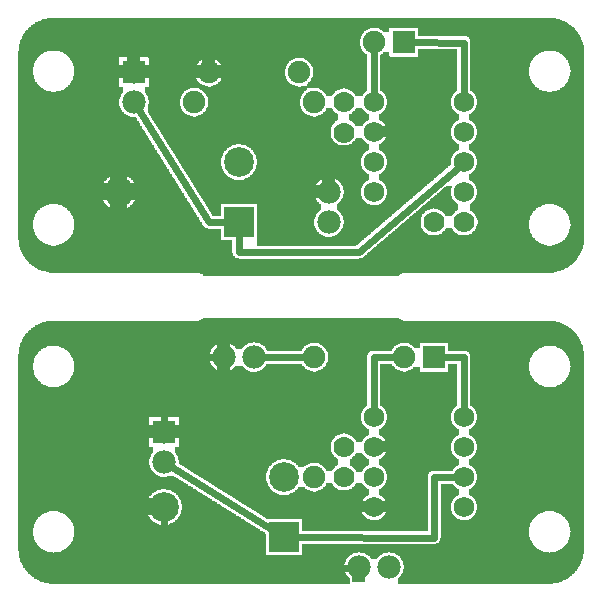
<source format=gtl>
G04 MADE WITH FRITZING*
G04 WWW.FRITZING.ORG*
G04 DOUBLE SIDED*
G04 HOLES PLATED*
G04 CONTOUR ON CENTER OF CONTOUR VECTOR*
%ASAXBY*%
%FSLAX23Y23*%
%MOIN*%
%OFA0B0*%
%SFA1.0B1.0*%
%ADD10C,0.075000*%
%ADD11C,0.078000*%
%ADD12C,0.068000*%
%ADD13C,0.099000*%
%ADD14C,0.070000*%
%ADD15R,0.078000X0.078000*%
%ADD16R,0.099000X0.099000*%
%ADD17R,0.075000X0.075000*%
%ADD18C,0.024000*%
%LNCOPPER1*%
G90*
G70*
G54D10*
X1034Y1825D03*
X288Y798D03*
G54D11*
X827Y797D03*
X727Y797D03*
X1076Y1247D03*
X1076Y1347D03*
G54D12*
X1226Y1647D03*
X1226Y1547D03*
X1226Y1447D03*
X1226Y1347D03*
X1526Y1347D03*
X1526Y1447D03*
X1526Y1547D03*
X1526Y1647D03*
X1226Y1647D03*
X1226Y1547D03*
X1226Y1447D03*
X1226Y1347D03*
X1526Y1347D03*
X1526Y1447D03*
X1526Y1547D03*
X1526Y1647D03*
G54D11*
X1177Y97D03*
X1277Y97D03*
X426Y1747D03*
X426Y1647D03*
G54D13*
X776Y1447D03*
X776Y1247D03*
X376Y1347D03*
G54D14*
X1126Y1546D03*
X1126Y1647D03*
G54D10*
X1026Y1647D03*
X626Y1647D03*
X1326Y1847D03*
X1226Y1847D03*
G54D14*
X1426Y1247D03*
X1526Y1247D03*
G54D10*
X676Y1747D03*
X976Y1747D03*
G54D12*
X1227Y597D03*
X1227Y497D03*
X1227Y397D03*
X1227Y297D03*
X1527Y297D03*
X1527Y397D03*
X1527Y497D03*
X1527Y597D03*
X1227Y597D03*
X1227Y497D03*
X1227Y397D03*
X1227Y297D03*
X1527Y297D03*
X1527Y397D03*
X1527Y497D03*
X1527Y597D03*
G54D10*
X1427Y797D03*
X1327Y797D03*
G54D11*
X527Y547D03*
X527Y447D03*
G54D13*
X927Y397D03*
X927Y197D03*
X527Y297D03*
G54D10*
X1027Y797D03*
X1027Y397D03*
G54D14*
X1127Y397D03*
X1127Y497D03*
G54D15*
X426Y1747D03*
G54D16*
X776Y1247D03*
G54D17*
X1326Y1847D03*
X1427Y797D03*
G54D15*
X527Y547D03*
G54D16*
X927Y197D03*
G54D18*
X677Y97D02*
X1028Y96D01*
D02*
X1427Y196D02*
X958Y197D01*
D02*
X1427Y397D02*
X1427Y196D01*
D02*
X1500Y397D02*
X1427Y397D01*
D02*
X1028Y96D02*
X1077Y96D01*
D02*
X1077Y96D02*
X1147Y96D01*
D02*
X526Y198D02*
X677Y97D01*
D02*
X527Y265D02*
X526Y198D01*
D02*
X1526Y1846D02*
X1355Y1847D01*
D02*
X1526Y1674D02*
X1526Y1846D01*
D02*
X1226Y1674D02*
X1226Y1818D01*
D02*
X1526Y797D02*
X1455Y797D01*
D02*
X1226Y797D02*
X1298Y797D01*
D02*
X1227Y624D02*
X1226Y797D01*
D02*
X1527Y624D02*
X1526Y797D01*
D02*
X998Y797D02*
X857Y797D01*
D02*
X676Y1247D02*
X442Y1621D01*
D02*
X1177Y1147D02*
X776Y1147D01*
D02*
X776Y1147D02*
X776Y1215D01*
D02*
X1506Y1429D02*
X1177Y1147D01*
D02*
X745Y1247D02*
X676Y1247D01*
D02*
X528Y797D02*
X527Y577D01*
D02*
X697Y797D02*
X528Y797D01*
D02*
X552Y431D02*
X900Y213D01*
G36*
X1168Y1629D02*
X1168Y1627D01*
X1166Y1627D01*
X1166Y1625D01*
X1164Y1625D01*
X1164Y1621D01*
X1162Y1621D01*
X1162Y1619D01*
X1160Y1619D01*
X1160Y1617D01*
X1158Y1617D01*
X1158Y1615D01*
X1156Y1615D01*
X1156Y1613D01*
X1154Y1613D01*
X1154Y1611D01*
X1152Y1611D01*
X1152Y1609D01*
X1148Y1609D01*
X1148Y1607D01*
X1144Y1607D01*
X1144Y1587D01*
X1148Y1587D01*
X1148Y1585D01*
X1152Y1585D01*
X1152Y1583D01*
X1154Y1583D01*
X1154Y1581D01*
X1156Y1581D01*
X1156Y1579D01*
X1158Y1579D01*
X1158Y1577D01*
X1160Y1577D01*
X1160Y1575D01*
X1162Y1575D01*
X1162Y1573D01*
X1164Y1573D01*
X1164Y1569D01*
X1166Y1569D01*
X1166Y1567D01*
X1188Y1567D01*
X1188Y1569D01*
X1190Y1569D01*
X1190Y1573D01*
X1192Y1573D01*
X1192Y1575D01*
X1194Y1575D01*
X1194Y1577D01*
X1196Y1577D01*
X1196Y1579D01*
X1198Y1579D01*
X1198Y1581D01*
X1200Y1581D01*
X1200Y1583D01*
X1202Y1583D01*
X1202Y1585D01*
X1206Y1585D01*
X1206Y1587D01*
X1210Y1587D01*
X1210Y1607D01*
X1206Y1607D01*
X1206Y1609D01*
X1204Y1609D01*
X1204Y1611D01*
X1200Y1611D01*
X1200Y1613D01*
X1198Y1613D01*
X1198Y1615D01*
X1196Y1615D01*
X1196Y1617D01*
X1194Y1617D01*
X1194Y1619D01*
X1192Y1619D01*
X1192Y1621D01*
X1190Y1621D01*
X1190Y1625D01*
X1188Y1625D01*
X1188Y1629D01*
X1168Y1629D01*
G37*
D02*
G36*
X152Y1929D02*
X152Y1927D01*
X136Y1927D01*
X136Y1925D01*
X128Y1925D01*
X128Y1923D01*
X120Y1923D01*
X120Y1921D01*
X116Y1921D01*
X116Y1919D01*
X110Y1919D01*
X110Y1917D01*
X106Y1917D01*
X106Y1915D01*
X102Y1915D01*
X102Y1913D01*
X98Y1913D01*
X98Y1911D01*
X96Y1911D01*
X96Y1909D01*
X92Y1909D01*
X92Y1907D01*
X90Y1907D01*
X90Y1905D01*
X86Y1905D01*
X86Y1903D01*
X84Y1903D01*
X84Y1901D01*
X82Y1901D01*
X82Y1899D01*
X80Y1899D01*
X80Y1897D01*
X78Y1897D01*
X78Y1895D01*
X1374Y1895D01*
X1374Y1869D01*
X1530Y1869D01*
X1530Y1867D01*
X1536Y1867D01*
X1536Y1865D01*
X1540Y1865D01*
X1540Y1863D01*
X1542Y1863D01*
X1542Y1861D01*
X1544Y1861D01*
X1544Y1857D01*
X1546Y1857D01*
X1546Y1853D01*
X1548Y1853D01*
X1548Y1819D01*
X1826Y1819D01*
X1826Y1817D01*
X1834Y1817D01*
X1834Y1815D01*
X1838Y1815D01*
X1838Y1813D01*
X1842Y1813D01*
X1842Y1811D01*
X1846Y1811D01*
X1846Y1809D01*
X1850Y1809D01*
X1850Y1807D01*
X1852Y1807D01*
X1852Y1805D01*
X1856Y1805D01*
X1856Y1803D01*
X1858Y1803D01*
X1858Y1801D01*
X1860Y1801D01*
X1860Y1799D01*
X1862Y1799D01*
X1862Y1797D01*
X1864Y1797D01*
X1864Y1795D01*
X1866Y1795D01*
X1866Y1793D01*
X1868Y1793D01*
X1868Y1789D01*
X1870Y1789D01*
X1870Y1787D01*
X1872Y1787D01*
X1872Y1783D01*
X1874Y1783D01*
X1874Y1779D01*
X1876Y1779D01*
X1876Y1773D01*
X1878Y1773D01*
X1878Y1767D01*
X1880Y1767D01*
X1880Y1753D01*
X1882Y1753D01*
X1882Y1747D01*
X1880Y1747D01*
X1880Y1735D01*
X1878Y1735D01*
X1878Y1727D01*
X1876Y1727D01*
X1876Y1723D01*
X1874Y1723D01*
X1874Y1719D01*
X1872Y1719D01*
X1872Y1715D01*
X1870Y1715D01*
X1870Y1711D01*
X1868Y1711D01*
X1868Y1709D01*
X1866Y1709D01*
X1866Y1707D01*
X1864Y1707D01*
X1864Y1703D01*
X1862Y1703D01*
X1862Y1701D01*
X1860Y1701D01*
X1860Y1699D01*
X1858Y1699D01*
X1858Y1697D01*
X1854Y1697D01*
X1854Y1695D01*
X1852Y1695D01*
X1852Y1693D01*
X1848Y1693D01*
X1848Y1691D01*
X1846Y1691D01*
X1846Y1689D01*
X1842Y1689D01*
X1842Y1687D01*
X1836Y1687D01*
X1836Y1685D01*
X1830Y1685D01*
X1830Y1683D01*
X1820Y1683D01*
X1820Y1681D01*
X1928Y1681D01*
X1928Y1825D01*
X1926Y1825D01*
X1926Y1837D01*
X1924Y1837D01*
X1924Y1843D01*
X1922Y1843D01*
X1922Y1849D01*
X1920Y1849D01*
X1920Y1855D01*
X1918Y1855D01*
X1918Y1859D01*
X1916Y1859D01*
X1916Y1863D01*
X1914Y1863D01*
X1914Y1867D01*
X1912Y1867D01*
X1912Y1871D01*
X1910Y1871D01*
X1910Y1875D01*
X1908Y1875D01*
X1908Y1877D01*
X1906Y1877D01*
X1906Y1881D01*
X1904Y1881D01*
X1904Y1883D01*
X1902Y1883D01*
X1902Y1885D01*
X1900Y1885D01*
X1900Y1887D01*
X1898Y1887D01*
X1898Y1889D01*
X1896Y1889D01*
X1896Y1893D01*
X1894Y1893D01*
X1894Y1895D01*
X1892Y1895D01*
X1892Y1897D01*
X1888Y1897D01*
X1888Y1899D01*
X1886Y1899D01*
X1886Y1901D01*
X1884Y1901D01*
X1884Y1903D01*
X1882Y1903D01*
X1882Y1905D01*
X1878Y1905D01*
X1878Y1907D01*
X1876Y1907D01*
X1876Y1909D01*
X1874Y1909D01*
X1874Y1911D01*
X1870Y1911D01*
X1870Y1913D01*
X1866Y1913D01*
X1866Y1915D01*
X1862Y1915D01*
X1862Y1917D01*
X1858Y1917D01*
X1858Y1919D01*
X1854Y1919D01*
X1854Y1921D01*
X1848Y1921D01*
X1848Y1923D01*
X1842Y1923D01*
X1842Y1925D01*
X1834Y1925D01*
X1834Y1927D01*
X1818Y1927D01*
X1818Y1929D01*
X152Y1929D01*
G37*
D02*
G36*
X76Y1895D02*
X76Y1893D01*
X74Y1893D01*
X74Y1891D01*
X72Y1891D01*
X72Y1889D01*
X70Y1889D01*
X70Y1887D01*
X68Y1887D01*
X68Y1885D01*
X66Y1885D01*
X66Y1883D01*
X64Y1883D01*
X64Y1879D01*
X62Y1879D01*
X62Y1877D01*
X60Y1877D01*
X60Y1873D01*
X58Y1873D01*
X58Y1871D01*
X56Y1871D01*
X56Y1867D01*
X54Y1867D01*
X54Y1863D01*
X52Y1863D01*
X52Y1859D01*
X50Y1859D01*
X50Y1853D01*
X48Y1853D01*
X48Y1849D01*
X46Y1849D01*
X46Y1841D01*
X44Y1841D01*
X44Y1833D01*
X42Y1833D01*
X42Y1819D01*
X172Y1819D01*
X172Y1817D01*
X180Y1817D01*
X180Y1815D01*
X184Y1815D01*
X184Y1813D01*
X190Y1813D01*
X190Y1811D01*
X192Y1811D01*
X192Y1809D01*
X196Y1809D01*
X196Y1807D01*
X200Y1807D01*
X200Y1805D01*
X202Y1805D01*
X202Y1803D01*
X204Y1803D01*
X204Y1801D01*
X206Y1801D01*
X206Y1799D01*
X208Y1799D01*
X208Y1797D01*
X474Y1797D01*
X474Y1795D01*
X984Y1795D01*
X984Y1793D01*
X992Y1793D01*
X992Y1791D01*
X996Y1791D01*
X996Y1789D01*
X1000Y1789D01*
X1000Y1787D01*
X1004Y1787D01*
X1004Y1785D01*
X1006Y1785D01*
X1006Y1783D01*
X1008Y1783D01*
X1008Y1781D01*
X1010Y1781D01*
X1010Y1779D01*
X1012Y1779D01*
X1012Y1777D01*
X1014Y1777D01*
X1014Y1775D01*
X1016Y1775D01*
X1016Y1771D01*
X1018Y1771D01*
X1018Y1767D01*
X1020Y1767D01*
X1020Y1763D01*
X1022Y1763D01*
X1022Y1757D01*
X1024Y1757D01*
X1024Y1739D01*
X1022Y1739D01*
X1022Y1731D01*
X1020Y1731D01*
X1020Y1727D01*
X1018Y1727D01*
X1018Y1723D01*
X1016Y1723D01*
X1016Y1719D01*
X1014Y1719D01*
X1014Y1717D01*
X1012Y1717D01*
X1012Y1715D01*
X1010Y1715D01*
X1010Y1713D01*
X1008Y1713D01*
X1008Y1711D01*
X1006Y1711D01*
X1006Y1709D01*
X1004Y1709D01*
X1004Y1695D01*
X1034Y1695D01*
X1034Y1693D01*
X1130Y1693D01*
X1130Y1691D01*
X1140Y1691D01*
X1140Y1689D01*
X1146Y1689D01*
X1146Y1687D01*
X1148Y1687D01*
X1148Y1685D01*
X1152Y1685D01*
X1152Y1683D01*
X1154Y1683D01*
X1154Y1681D01*
X1158Y1681D01*
X1158Y1679D01*
X1160Y1679D01*
X1160Y1675D01*
X1162Y1675D01*
X1162Y1673D01*
X1164Y1673D01*
X1164Y1669D01*
X1166Y1669D01*
X1166Y1667D01*
X1188Y1667D01*
X1188Y1669D01*
X1190Y1669D01*
X1190Y1673D01*
X1192Y1673D01*
X1192Y1675D01*
X1194Y1675D01*
X1194Y1677D01*
X1196Y1677D01*
X1196Y1679D01*
X1198Y1679D01*
X1198Y1681D01*
X1200Y1681D01*
X1200Y1683D01*
X1202Y1683D01*
X1202Y1685D01*
X1204Y1685D01*
X1204Y1807D01*
X1200Y1807D01*
X1200Y1809D01*
X1198Y1809D01*
X1198Y1811D01*
X1194Y1811D01*
X1194Y1813D01*
X1192Y1813D01*
X1192Y1815D01*
X1190Y1815D01*
X1190Y1819D01*
X1188Y1819D01*
X1188Y1821D01*
X1186Y1821D01*
X1186Y1825D01*
X1184Y1825D01*
X1184Y1829D01*
X1182Y1829D01*
X1182Y1835D01*
X1180Y1835D01*
X1180Y1859D01*
X1182Y1859D01*
X1182Y1867D01*
X1184Y1867D01*
X1184Y1869D01*
X1186Y1869D01*
X1186Y1873D01*
X1188Y1873D01*
X1188Y1875D01*
X1190Y1875D01*
X1190Y1879D01*
X1192Y1879D01*
X1192Y1881D01*
X1194Y1881D01*
X1194Y1883D01*
X1196Y1883D01*
X1196Y1885D01*
X1200Y1885D01*
X1200Y1887D01*
X1202Y1887D01*
X1202Y1889D01*
X1206Y1889D01*
X1206Y1891D01*
X1212Y1891D01*
X1212Y1893D01*
X1220Y1893D01*
X1220Y1895D01*
X76Y1895D01*
G37*
D02*
G36*
X1234Y1895D02*
X1234Y1893D01*
X1242Y1893D01*
X1242Y1891D01*
X1246Y1891D01*
X1246Y1889D01*
X1250Y1889D01*
X1250Y1887D01*
X1254Y1887D01*
X1254Y1885D01*
X1256Y1885D01*
X1256Y1883D01*
X1258Y1883D01*
X1258Y1881D01*
X1278Y1881D01*
X1278Y1893D01*
X1280Y1893D01*
X1280Y1895D01*
X1234Y1895D01*
G37*
D02*
G36*
X1374Y1825D02*
X1374Y1799D01*
X1504Y1799D01*
X1504Y1825D01*
X1374Y1825D01*
G37*
D02*
G36*
X42Y1819D02*
X42Y1817D01*
X40Y1817D01*
X40Y1681D01*
X150Y1681D01*
X150Y1683D01*
X140Y1683D01*
X140Y1685D01*
X134Y1685D01*
X134Y1687D01*
X130Y1687D01*
X130Y1689D01*
X126Y1689D01*
X126Y1691D01*
X122Y1691D01*
X122Y1693D01*
X118Y1693D01*
X118Y1695D01*
X116Y1695D01*
X116Y1697D01*
X114Y1697D01*
X114Y1699D01*
X112Y1699D01*
X112Y1701D01*
X110Y1701D01*
X110Y1703D01*
X108Y1703D01*
X108Y1705D01*
X106Y1705D01*
X106Y1707D01*
X104Y1707D01*
X104Y1709D01*
X102Y1709D01*
X102Y1713D01*
X100Y1713D01*
X100Y1715D01*
X98Y1715D01*
X98Y1719D01*
X96Y1719D01*
X96Y1723D01*
X94Y1723D01*
X94Y1729D01*
X92Y1729D01*
X92Y1737D01*
X90Y1737D01*
X90Y1765D01*
X92Y1765D01*
X92Y1771D01*
X94Y1771D01*
X94Y1777D01*
X96Y1777D01*
X96Y1781D01*
X98Y1781D01*
X98Y1785D01*
X100Y1785D01*
X100Y1789D01*
X102Y1789D01*
X102Y1791D01*
X104Y1791D01*
X104Y1793D01*
X106Y1793D01*
X106Y1797D01*
X108Y1797D01*
X108Y1799D01*
X110Y1799D01*
X110Y1801D01*
X112Y1801D01*
X112Y1803D01*
X116Y1803D01*
X116Y1805D01*
X118Y1805D01*
X118Y1807D01*
X120Y1807D01*
X120Y1809D01*
X124Y1809D01*
X124Y1811D01*
X128Y1811D01*
X128Y1813D01*
X132Y1813D01*
X132Y1815D01*
X138Y1815D01*
X138Y1817D01*
X146Y1817D01*
X146Y1819D01*
X42Y1819D01*
G37*
D02*
G36*
X1548Y1819D02*
X1548Y1685D01*
X1550Y1685D01*
X1550Y1683D01*
X1552Y1683D01*
X1552Y1681D01*
X1804Y1681D01*
X1804Y1683D01*
X1794Y1683D01*
X1794Y1685D01*
X1788Y1685D01*
X1788Y1687D01*
X1782Y1687D01*
X1782Y1689D01*
X1778Y1689D01*
X1778Y1691D01*
X1776Y1691D01*
X1776Y1693D01*
X1772Y1693D01*
X1772Y1695D01*
X1770Y1695D01*
X1770Y1697D01*
X1768Y1697D01*
X1768Y1699D01*
X1764Y1699D01*
X1764Y1701D01*
X1762Y1701D01*
X1762Y1705D01*
X1760Y1705D01*
X1760Y1707D01*
X1758Y1707D01*
X1758Y1709D01*
X1756Y1709D01*
X1756Y1711D01*
X1754Y1711D01*
X1754Y1715D01*
X1752Y1715D01*
X1752Y1719D01*
X1750Y1719D01*
X1750Y1723D01*
X1748Y1723D01*
X1748Y1727D01*
X1746Y1727D01*
X1746Y1735D01*
X1744Y1735D01*
X1744Y1765D01*
X1746Y1765D01*
X1746Y1773D01*
X1748Y1773D01*
X1748Y1777D01*
X1750Y1777D01*
X1750Y1783D01*
X1752Y1783D01*
X1752Y1785D01*
X1754Y1785D01*
X1754Y1789D01*
X1756Y1789D01*
X1756Y1791D01*
X1758Y1791D01*
X1758Y1795D01*
X1760Y1795D01*
X1760Y1797D01*
X1762Y1797D01*
X1762Y1799D01*
X1764Y1799D01*
X1764Y1801D01*
X1766Y1801D01*
X1766Y1803D01*
X1768Y1803D01*
X1768Y1805D01*
X1772Y1805D01*
X1772Y1807D01*
X1774Y1807D01*
X1774Y1809D01*
X1778Y1809D01*
X1778Y1811D01*
X1782Y1811D01*
X1782Y1813D01*
X1786Y1813D01*
X1786Y1815D01*
X1792Y1815D01*
X1792Y1817D01*
X1798Y1817D01*
X1798Y1819D01*
X1548Y1819D01*
G37*
D02*
G36*
X1258Y1813D02*
X1258Y1811D01*
X1256Y1811D01*
X1256Y1809D01*
X1254Y1809D01*
X1254Y1807D01*
X1250Y1807D01*
X1250Y1805D01*
X1248Y1805D01*
X1248Y1799D01*
X1280Y1799D01*
X1280Y1801D01*
X1278Y1801D01*
X1278Y1813D01*
X1258Y1813D01*
G37*
D02*
G36*
X1248Y1799D02*
X1248Y1797D01*
X1504Y1797D01*
X1504Y1799D01*
X1248Y1799D01*
G37*
D02*
G36*
X1248Y1799D02*
X1248Y1797D01*
X1504Y1797D01*
X1504Y1799D01*
X1248Y1799D01*
G37*
D02*
G36*
X210Y1797D02*
X210Y1795D01*
X212Y1795D01*
X212Y1793D01*
X214Y1793D01*
X214Y1789D01*
X216Y1789D01*
X216Y1787D01*
X218Y1787D01*
X218Y1783D01*
X220Y1783D01*
X220Y1779D01*
X222Y1779D01*
X222Y1775D01*
X224Y1775D01*
X224Y1769D01*
X226Y1769D01*
X226Y1759D01*
X228Y1759D01*
X228Y1743D01*
X226Y1743D01*
X226Y1733D01*
X224Y1733D01*
X224Y1727D01*
X222Y1727D01*
X222Y1721D01*
X220Y1721D01*
X220Y1717D01*
X218Y1717D01*
X218Y1713D01*
X216Y1713D01*
X216Y1711D01*
X214Y1711D01*
X214Y1709D01*
X212Y1709D01*
X212Y1705D01*
X210Y1705D01*
X210Y1703D01*
X208Y1703D01*
X208Y1701D01*
X206Y1701D01*
X206Y1699D01*
X204Y1699D01*
X204Y1697D01*
X200Y1697D01*
X200Y1695D01*
X198Y1695D01*
X198Y1693D01*
X196Y1693D01*
X196Y1691D01*
X192Y1691D01*
X192Y1689D01*
X188Y1689D01*
X188Y1687D01*
X182Y1687D01*
X182Y1685D01*
X176Y1685D01*
X176Y1683D01*
X168Y1683D01*
X168Y1681D01*
X390Y1681D01*
X390Y1699D01*
X378Y1699D01*
X378Y1797D01*
X210Y1797D01*
G37*
D02*
G36*
X1248Y1797D02*
X1248Y1685D01*
X1250Y1685D01*
X1250Y1683D01*
X1252Y1683D01*
X1252Y1681D01*
X1256Y1681D01*
X1256Y1679D01*
X1258Y1679D01*
X1258Y1677D01*
X1260Y1677D01*
X1260Y1675D01*
X1262Y1675D01*
X1262Y1671D01*
X1264Y1671D01*
X1264Y1667D01*
X1266Y1667D01*
X1266Y1665D01*
X1268Y1665D01*
X1268Y1657D01*
X1270Y1657D01*
X1270Y1637D01*
X1268Y1637D01*
X1268Y1631D01*
X1266Y1631D01*
X1266Y1627D01*
X1264Y1627D01*
X1264Y1623D01*
X1262Y1623D01*
X1262Y1621D01*
X1260Y1621D01*
X1260Y1617D01*
X1258Y1617D01*
X1258Y1615D01*
X1256Y1615D01*
X1256Y1613D01*
X1252Y1613D01*
X1252Y1611D01*
X1250Y1611D01*
X1250Y1609D01*
X1246Y1609D01*
X1246Y1607D01*
X1242Y1607D01*
X1242Y1587D01*
X1246Y1587D01*
X1246Y1585D01*
X1250Y1585D01*
X1250Y1583D01*
X1252Y1583D01*
X1252Y1581D01*
X1256Y1581D01*
X1256Y1579D01*
X1258Y1579D01*
X1258Y1577D01*
X1260Y1577D01*
X1260Y1575D01*
X1262Y1575D01*
X1262Y1571D01*
X1264Y1571D01*
X1264Y1567D01*
X1266Y1567D01*
X1266Y1565D01*
X1268Y1565D01*
X1268Y1557D01*
X1270Y1557D01*
X1270Y1537D01*
X1268Y1537D01*
X1268Y1531D01*
X1266Y1531D01*
X1266Y1527D01*
X1264Y1527D01*
X1264Y1523D01*
X1262Y1523D01*
X1262Y1521D01*
X1260Y1521D01*
X1260Y1517D01*
X1258Y1517D01*
X1258Y1515D01*
X1256Y1515D01*
X1256Y1513D01*
X1252Y1513D01*
X1252Y1511D01*
X1250Y1511D01*
X1250Y1509D01*
X1246Y1509D01*
X1246Y1507D01*
X1242Y1507D01*
X1242Y1487D01*
X1246Y1487D01*
X1246Y1485D01*
X1250Y1485D01*
X1250Y1483D01*
X1252Y1483D01*
X1252Y1481D01*
X1256Y1481D01*
X1256Y1479D01*
X1258Y1479D01*
X1258Y1477D01*
X1260Y1477D01*
X1260Y1475D01*
X1262Y1475D01*
X1262Y1471D01*
X1264Y1471D01*
X1264Y1467D01*
X1266Y1467D01*
X1266Y1465D01*
X1268Y1465D01*
X1268Y1457D01*
X1270Y1457D01*
X1270Y1437D01*
X1268Y1437D01*
X1268Y1431D01*
X1266Y1431D01*
X1266Y1427D01*
X1264Y1427D01*
X1264Y1423D01*
X1262Y1423D01*
X1262Y1421D01*
X1260Y1421D01*
X1260Y1417D01*
X1258Y1417D01*
X1258Y1415D01*
X1256Y1415D01*
X1256Y1413D01*
X1252Y1413D01*
X1252Y1411D01*
X1250Y1411D01*
X1250Y1409D01*
X1246Y1409D01*
X1246Y1407D01*
X1242Y1407D01*
X1242Y1387D01*
X1246Y1387D01*
X1246Y1385D01*
X1250Y1385D01*
X1250Y1383D01*
X1252Y1383D01*
X1252Y1381D01*
X1256Y1381D01*
X1256Y1379D01*
X1258Y1379D01*
X1258Y1377D01*
X1260Y1377D01*
X1260Y1375D01*
X1262Y1375D01*
X1262Y1371D01*
X1264Y1371D01*
X1264Y1367D01*
X1266Y1367D01*
X1266Y1365D01*
X1268Y1365D01*
X1268Y1357D01*
X1270Y1357D01*
X1270Y1337D01*
X1268Y1337D01*
X1268Y1331D01*
X1266Y1331D01*
X1266Y1327D01*
X1264Y1327D01*
X1264Y1323D01*
X1262Y1323D01*
X1262Y1321D01*
X1260Y1321D01*
X1260Y1317D01*
X1258Y1317D01*
X1258Y1315D01*
X1256Y1315D01*
X1256Y1313D01*
X1252Y1313D01*
X1252Y1311D01*
X1250Y1311D01*
X1250Y1309D01*
X1246Y1309D01*
X1246Y1307D01*
X1242Y1307D01*
X1242Y1305D01*
X1234Y1305D01*
X1234Y1303D01*
X1326Y1303D01*
X1326Y1305D01*
X1328Y1305D01*
X1328Y1307D01*
X1330Y1307D01*
X1330Y1309D01*
X1332Y1309D01*
X1332Y1311D01*
X1334Y1311D01*
X1334Y1313D01*
X1338Y1313D01*
X1338Y1315D01*
X1340Y1315D01*
X1340Y1317D01*
X1342Y1317D01*
X1342Y1319D01*
X1344Y1319D01*
X1344Y1321D01*
X1346Y1321D01*
X1346Y1323D01*
X1348Y1323D01*
X1348Y1325D01*
X1352Y1325D01*
X1352Y1327D01*
X1354Y1327D01*
X1354Y1329D01*
X1356Y1329D01*
X1356Y1331D01*
X1358Y1331D01*
X1358Y1333D01*
X1360Y1333D01*
X1360Y1335D01*
X1362Y1335D01*
X1362Y1337D01*
X1366Y1337D01*
X1366Y1339D01*
X1368Y1339D01*
X1368Y1341D01*
X1370Y1341D01*
X1370Y1343D01*
X1372Y1343D01*
X1372Y1345D01*
X1374Y1345D01*
X1374Y1347D01*
X1376Y1347D01*
X1376Y1349D01*
X1380Y1349D01*
X1380Y1351D01*
X1382Y1351D01*
X1382Y1353D01*
X1384Y1353D01*
X1384Y1355D01*
X1386Y1355D01*
X1386Y1357D01*
X1388Y1357D01*
X1388Y1359D01*
X1390Y1359D01*
X1390Y1361D01*
X1394Y1361D01*
X1394Y1363D01*
X1396Y1363D01*
X1396Y1365D01*
X1398Y1365D01*
X1398Y1367D01*
X1400Y1367D01*
X1400Y1369D01*
X1402Y1369D01*
X1402Y1371D01*
X1404Y1371D01*
X1404Y1373D01*
X1408Y1373D01*
X1408Y1375D01*
X1410Y1375D01*
X1410Y1377D01*
X1412Y1377D01*
X1412Y1379D01*
X1414Y1379D01*
X1414Y1381D01*
X1416Y1381D01*
X1416Y1383D01*
X1418Y1383D01*
X1418Y1385D01*
X1422Y1385D01*
X1422Y1387D01*
X1424Y1387D01*
X1424Y1389D01*
X1426Y1389D01*
X1426Y1391D01*
X1428Y1391D01*
X1428Y1393D01*
X1430Y1393D01*
X1430Y1395D01*
X1432Y1395D01*
X1432Y1397D01*
X1436Y1397D01*
X1436Y1399D01*
X1438Y1399D01*
X1438Y1401D01*
X1440Y1401D01*
X1440Y1403D01*
X1442Y1403D01*
X1442Y1405D01*
X1444Y1405D01*
X1444Y1407D01*
X1446Y1407D01*
X1446Y1409D01*
X1450Y1409D01*
X1450Y1411D01*
X1452Y1411D01*
X1452Y1413D01*
X1454Y1413D01*
X1454Y1415D01*
X1456Y1415D01*
X1456Y1417D01*
X1458Y1417D01*
X1458Y1419D01*
X1460Y1419D01*
X1460Y1421D01*
X1464Y1421D01*
X1464Y1423D01*
X1466Y1423D01*
X1466Y1425D01*
X1468Y1425D01*
X1468Y1427D01*
X1470Y1427D01*
X1470Y1429D01*
X1472Y1429D01*
X1472Y1431D01*
X1474Y1431D01*
X1474Y1433D01*
X1478Y1433D01*
X1478Y1435D01*
X1480Y1435D01*
X1480Y1437D01*
X1482Y1437D01*
X1482Y1453D01*
X1484Y1453D01*
X1484Y1461D01*
X1486Y1461D01*
X1486Y1467D01*
X1488Y1467D01*
X1488Y1469D01*
X1490Y1469D01*
X1490Y1473D01*
X1492Y1473D01*
X1492Y1475D01*
X1494Y1475D01*
X1494Y1477D01*
X1496Y1477D01*
X1496Y1479D01*
X1498Y1479D01*
X1498Y1481D01*
X1500Y1481D01*
X1500Y1483D01*
X1502Y1483D01*
X1502Y1485D01*
X1506Y1485D01*
X1506Y1487D01*
X1510Y1487D01*
X1510Y1507D01*
X1506Y1507D01*
X1506Y1509D01*
X1504Y1509D01*
X1504Y1511D01*
X1500Y1511D01*
X1500Y1513D01*
X1498Y1513D01*
X1498Y1515D01*
X1496Y1515D01*
X1496Y1517D01*
X1494Y1517D01*
X1494Y1519D01*
X1492Y1519D01*
X1492Y1521D01*
X1490Y1521D01*
X1490Y1525D01*
X1488Y1525D01*
X1488Y1529D01*
X1486Y1529D01*
X1486Y1533D01*
X1484Y1533D01*
X1484Y1541D01*
X1482Y1541D01*
X1482Y1553D01*
X1484Y1553D01*
X1484Y1561D01*
X1486Y1561D01*
X1486Y1567D01*
X1488Y1567D01*
X1488Y1569D01*
X1490Y1569D01*
X1490Y1573D01*
X1492Y1573D01*
X1492Y1575D01*
X1494Y1575D01*
X1494Y1577D01*
X1496Y1577D01*
X1496Y1579D01*
X1498Y1579D01*
X1498Y1581D01*
X1500Y1581D01*
X1500Y1583D01*
X1502Y1583D01*
X1502Y1585D01*
X1506Y1585D01*
X1506Y1587D01*
X1510Y1587D01*
X1510Y1607D01*
X1506Y1607D01*
X1506Y1609D01*
X1504Y1609D01*
X1504Y1611D01*
X1500Y1611D01*
X1500Y1613D01*
X1498Y1613D01*
X1498Y1615D01*
X1496Y1615D01*
X1496Y1617D01*
X1494Y1617D01*
X1494Y1619D01*
X1492Y1619D01*
X1492Y1621D01*
X1490Y1621D01*
X1490Y1625D01*
X1488Y1625D01*
X1488Y1629D01*
X1486Y1629D01*
X1486Y1633D01*
X1484Y1633D01*
X1484Y1641D01*
X1482Y1641D01*
X1482Y1653D01*
X1484Y1653D01*
X1484Y1661D01*
X1486Y1661D01*
X1486Y1667D01*
X1488Y1667D01*
X1488Y1669D01*
X1490Y1669D01*
X1490Y1673D01*
X1492Y1673D01*
X1492Y1675D01*
X1494Y1675D01*
X1494Y1677D01*
X1496Y1677D01*
X1496Y1679D01*
X1498Y1679D01*
X1498Y1681D01*
X1500Y1681D01*
X1500Y1683D01*
X1502Y1683D01*
X1502Y1685D01*
X1504Y1685D01*
X1504Y1797D01*
X1248Y1797D01*
G37*
D02*
G36*
X476Y1795D02*
X476Y1699D01*
X672Y1699D01*
X672Y1701D01*
X662Y1701D01*
X662Y1703D01*
X656Y1703D01*
X656Y1705D01*
X654Y1705D01*
X654Y1707D01*
X650Y1707D01*
X650Y1709D01*
X648Y1709D01*
X648Y1711D01*
X644Y1711D01*
X644Y1713D01*
X642Y1713D01*
X642Y1715D01*
X640Y1715D01*
X640Y1719D01*
X638Y1719D01*
X638Y1721D01*
X636Y1721D01*
X636Y1725D01*
X634Y1725D01*
X634Y1729D01*
X632Y1729D01*
X632Y1735D01*
X630Y1735D01*
X630Y1759D01*
X632Y1759D01*
X632Y1767D01*
X634Y1767D01*
X634Y1769D01*
X636Y1769D01*
X636Y1773D01*
X638Y1773D01*
X638Y1775D01*
X640Y1775D01*
X640Y1779D01*
X642Y1779D01*
X642Y1781D01*
X644Y1781D01*
X644Y1783D01*
X646Y1783D01*
X646Y1785D01*
X650Y1785D01*
X650Y1787D01*
X652Y1787D01*
X652Y1789D01*
X656Y1789D01*
X656Y1791D01*
X662Y1791D01*
X662Y1793D01*
X670Y1793D01*
X670Y1795D01*
X476Y1795D01*
G37*
D02*
G36*
X684Y1795D02*
X684Y1793D01*
X692Y1793D01*
X692Y1791D01*
X696Y1791D01*
X696Y1789D01*
X700Y1789D01*
X700Y1787D01*
X704Y1787D01*
X704Y1785D01*
X706Y1785D01*
X706Y1783D01*
X708Y1783D01*
X708Y1781D01*
X710Y1781D01*
X710Y1779D01*
X712Y1779D01*
X712Y1777D01*
X714Y1777D01*
X714Y1775D01*
X716Y1775D01*
X716Y1771D01*
X718Y1771D01*
X718Y1767D01*
X720Y1767D01*
X720Y1763D01*
X722Y1763D01*
X722Y1757D01*
X724Y1757D01*
X724Y1739D01*
X722Y1739D01*
X722Y1731D01*
X720Y1731D01*
X720Y1727D01*
X718Y1727D01*
X718Y1723D01*
X716Y1723D01*
X716Y1719D01*
X714Y1719D01*
X714Y1717D01*
X712Y1717D01*
X712Y1715D01*
X710Y1715D01*
X710Y1713D01*
X708Y1713D01*
X708Y1711D01*
X706Y1711D01*
X706Y1709D01*
X704Y1709D01*
X704Y1707D01*
X700Y1707D01*
X700Y1705D01*
X696Y1705D01*
X696Y1703D01*
X690Y1703D01*
X690Y1701D01*
X682Y1701D01*
X682Y1699D01*
X972Y1699D01*
X972Y1701D01*
X962Y1701D01*
X962Y1703D01*
X956Y1703D01*
X956Y1705D01*
X954Y1705D01*
X954Y1707D01*
X950Y1707D01*
X950Y1709D01*
X948Y1709D01*
X948Y1711D01*
X944Y1711D01*
X944Y1713D01*
X942Y1713D01*
X942Y1715D01*
X940Y1715D01*
X940Y1719D01*
X938Y1719D01*
X938Y1721D01*
X936Y1721D01*
X936Y1725D01*
X934Y1725D01*
X934Y1729D01*
X932Y1729D01*
X932Y1735D01*
X930Y1735D01*
X930Y1759D01*
X932Y1759D01*
X932Y1767D01*
X934Y1767D01*
X934Y1769D01*
X936Y1769D01*
X936Y1773D01*
X938Y1773D01*
X938Y1775D01*
X940Y1775D01*
X940Y1779D01*
X942Y1779D01*
X942Y1781D01*
X944Y1781D01*
X944Y1783D01*
X946Y1783D01*
X946Y1785D01*
X950Y1785D01*
X950Y1787D01*
X952Y1787D01*
X952Y1789D01*
X956Y1789D01*
X956Y1791D01*
X962Y1791D01*
X962Y1793D01*
X970Y1793D01*
X970Y1795D01*
X684Y1795D01*
G37*
D02*
G36*
X982Y1701D02*
X982Y1699D01*
X1002Y1699D01*
X1002Y1701D01*
X982Y1701D01*
G37*
D02*
G36*
X462Y1699D02*
X462Y1697D01*
X1002Y1697D01*
X1002Y1699D01*
X462Y1699D01*
G37*
D02*
G36*
X462Y1699D02*
X462Y1697D01*
X1002Y1697D01*
X1002Y1699D01*
X462Y1699D01*
G37*
D02*
G36*
X462Y1699D02*
X462Y1697D01*
X1002Y1697D01*
X1002Y1699D01*
X462Y1699D01*
G37*
D02*
G36*
X462Y1697D02*
X462Y1695D01*
X634Y1695D01*
X634Y1693D01*
X642Y1693D01*
X642Y1691D01*
X646Y1691D01*
X646Y1689D01*
X650Y1689D01*
X650Y1687D01*
X654Y1687D01*
X654Y1685D01*
X656Y1685D01*
X656Y1683D01*
X658Y1683D01*
X658Y1681D01*
X660Y1681D01*
X660Y1679D01*
X662Y1679D01*
X662Y1677D01*
X664Y1677D01*
X664Y1675D01*
X666Y1675D01*
X666Y1671D01*
X668Y1671D01*
X668Y1667D01*
X670Y1667D01*
X670Y1663D01*
X672Y1663D01*
X672Y1657D01*
X674Y1657D01*
X674Y1639D01*
X672Y1639D01*
X672Y1631D01*
X670Y1631D01*
X670Y1627D01*
X668Y1627D01*
X668Y1623D01*
X666Y1623D01*
X666Y1619D01*
X664Y1619D01*
X664Y1617D01*
X662Y1617D01*
X662Y1615D01*
X660Y1615D01*
X660Y1613D01*
X658Y1613D01*
X658Y1611D01*
X656Y1611D01*
X656Y1609D01*
X654Y1609D01*
X654Y1607D01*
X650Y1607D01*
X650Y1605D01*
X646Y1605D01*
X646Y1603D01*
X640Y1603D01*
X640Y1601D01*
X632Y1601D01*
X632Y1599D01*
X1022Y1599D01*
X1022Y1601D01*
X1012Y1601D01*
X1012Y1603D01*
X1006Y1603D01*
X1006Y1605D01*
X1004Y1605D01*
X1004Y1607D01*
X1000Y1607D01*
X1000Y1609D01*
X998Y1609D01*
X998Y1611D01*
X994Y1611D01*
X994Y1613D01*
X992Y1613D01*
X992Y1615D01*
X990Y1615D01*
X990Y1619D01*
X988Y1619D01*
X988Y1621D01*
X986Y1621D01*
X986Y1625D01*
X984Y1625D01*
X984Y1629D01*
X982Y1629D01*
X982Y1635D01*
X980Y1635D01*
X980Y1659D01*
X982Y1659D01*
X982Y1667D01*
X984Y1667D01*
X984Y1669D01*
X986Y1669D01*
X986Y1673D01*
X988Y1673D01*
X988Y1675D01*
X990Y1675D01*
X990Y1679D01*
X992Y1679D01*
X992Y1681D01*
X994Y1681D01*
X994Y1683D01*
X996Y1683D01*
X996Y1685D01*
X1000Y1685D01*
X1000Y1687D01*
X1002Y1687D01*
X1002Y1697D01*
X462Y1697D01*
G37*
D02*
G36*
X462Y1695D02*
X462Y1679D01*
X464Y1679D01*
X464Y1677D01*
X466Y1677D01*
X466Y1675D01*
X468Y1675D01*
X468Y1671D01*
X470Y1671D01*
X470Y1667D01*
X472Y1667D01*
X472Y1661D01*
X474Y1661D01*
X474Y1653D01*
X476Y1653D01*
X476Y1641D01*
X474Y1641D01*
X474Y1611D01*
X476Y1611D01*
X476Y1607D01*
X478Y1607D01*
X478Y1605D01*
X480Y1605D01*
X480Y1601D01*
X482Y1601D01*
X482Y1599D01*
X622Y1599D01*
X622Y1601D01*
X612Y1601D01*
X612Y1603D01*
X606Y1603D01*
X606Y1605D01*
X604Y1605D01*
X604Y1607D01*
X600Y1607D01*
X600Y1609D01*
X598Y1609D01*
X598Y1611D01*
X594Y1611D01*
X594Y1613D01*
X592Y1613D01*
X592Y1615D01*
X590Y1615D01*
X590Y1619D01*
X588Y1619D01*
X588Y1621D01*
X586Y1621D01*
X586Y1625D01*
X584Y1625D01*
X584Y1629D01*
X582Y1629D01*
X582Y1635D01*
X580Y1635D01*
X580Y1659D01*
X582Y1659D01*
X582Y1667D01*
X584Y1667D01*
X584Y1669D01*
X586Y1669D01*
X586Y1673D01*
X588Y1673D01*
X588Y1675D01*
X590Y1675D01*
X590Y1679D01*
X592Y1679D01*
X592Y1681D01*
X594Y1681D01*
X594Y1683D01*
X596Y1683D01*
X596Y1685D01*
X600Y1685D01*
X600Y1687D01*
X602Y1687D01*
X602Y1689D01*
X606Y1689D01*
X606Y1691D01*
X612Y1691D01*
X612Y1693D01*
X620Y1693D01*
X620Y1695D01*
X462Y1695D01*
G37*
D02*
G36*
X1042Y1693D02*
X1042Y1691D01*
X1046Y1691D01*
X1046Y1689D01*
X1050Y1689D01*
X1050Y1687D01*
X1054Y1687D01*
X1054Y1685D01*
X1056Y1685D01*
X1056Y1683D01*
X1058Y1683D01*
X1058Y1681D01*
X1060Y1681D01*
X1060Y1679D01*
X1062Y1679D01*
X1062Y1677D01*
X1064Y1677D01*
X1064Y1675D01*
X1066Y1675D01*
X1066Y1671D01*
X1068Y1671D01*
X1068Y1669D01*
X1088Y1669D01*
X1088Y1671D01*
X1090Y1671D01*
X1090Y1675D01*
X1092Y1675D01*
X1092Y1677D01*
X1094Y1677D01*
X1094Y1679D01*
X1096Y1679D01*
X1096Y1681D01*
X1098Y1681D01*
X1098Y1683D01*
X1100Y1683D01*
X1100Y1685D01*
X1104Y1685D01*
X1104Y1687D01*
X1108Y1687D01*
X1108Y1689D01*
X1114Y1689D01*
X1114Y1691D01*
X1124Y1691D01*
X1124Y1693D01*
X1042Y1693D01*
G37*
D02*
G36*
X40Y1681D02*
X40Y1679D01*
X390Y1679D01*
X390Y1681D01*
X40Y1681D01*
G37*
D02*
G36*
X40Y1681D02*
X40Y1679D01*
X390Y1679D01*
X390Y1681D01*
X40Y1681D01*
G37*
D02*
G36*
X1556Y1681D02*
X1556Y1679D01*
X1928Y1679D01*
X1928Y1681D01*
X1556Y1681D01*
G37*
D02*
G36*
X1556Y1681D02*
X1556Y1679D01*
X1928Y1679D01*
X1928Y1681D01*
X1556Y1681D01*
G37*
D02*
G36*
X40Y1679D02*
X40Y1407D01*
X384Y1407D01*
X384Y1405D01*
X394Y1405D01*
X394Y1403D01*
X400Y1403D01*
X400Y1401D01*
X404Y1401D01*
X404Y1399D01*
X408Y1399D01*
X408Y1397D01*
X410Y1397D01*
X410Y1395D01*
X412Y1395D01*
X412Y1393D01*
X416Y1393D01*
X416Y1391D01*
X418Y1391D01*
X418Y1389D01*
X420Y1389D01*
X420Y1387D01*
X422Y1387D01*
X422Y1383D01*
X424Y1383D01*
X424Y1381D01*
X426Y1381D01*
X426Y1379D01*
X428Y1379D01*
X428Y1375D01*
X430Y1375D01*
X430Y1371D01*
X432Y1371D01*
X432Y1365D01*
X434Y1365D01*
X434Y1357D01*
X436Y1357D01*
X436Y1337D01*
X434Y1337D01*
X434Y1329D01*
X432Y1329D01*
X432Y1323D01*
X430Y1323D01*
X430Y1319D01*
X428Y1319D01*
X428Y1317D01*
X426Y1317D01*
X426Y1313D01*
X424Y1313D01*
X424Y1311D01*
X422Y1311D01*
X422Y1309D01*
X420Y1309D01*
X420Y1305D01*
X418Y1305D01*
X418Y1303D01*
X414Y1303D01*
X414Y1301D01*
X412Y1301D01*
X412Y1299D01*
X410Y1299D01*
X410Y1297D01*
X406Y1297D01*
X406Y1295D01*
X404Y1295D01*
X404Y1293D01*
X398Y1293D01*
X398Y1291D01*
X392Y1291D01*
X392Y1289D01*
X382Y1289D01*
X382Y1287D01*
X624Y1287D01*
X624Y1291D01*
X622Y1291D01*
X622Y1295D01*
X620Y1295D01*
X620Y1297D01*
X618Y1297D01*
X618Y1301D01*
X616Y1301D01*
X616Y1303D01*
X614Y1303D01*
X614Y1307D01*
X612Y1307D01*
X612Y1311D01*
X610Y1311D01*
X610Y1313D01*
X608Y1313D01*
X608Y1317D01*
X606Y1317D01*
X606Y1319D01*
X604Y1319D01*
X604Y1323D01*
X602Y1323D01*
X602Y1327D01*
X600Y1327D01*
X600Y1329D01*
X598Y1329D01*
X598Y1333D01*
X596Y1333D01*
X596Y1335D01*
X594Y1335D01*
X594Y1339D01*
X592Y1339D01*
X592Y1343D01*
X590Y1343D01*
X590Y1345D01*
X588Y1345D01*
X588Y1349D01*
X586Y1349D01*
X586Y1351D01*
X584Y1351D01*
X584Y1355D01*
X582Y1355D01*
X582Y1359D01*
X580Y1359D01*
X580Y1361D01*
X578Y1361D01*
X578Y1365D01*
X576Y1365D01*
X576Y1367D01*
X574Y1367D01*
X574Y1371D01*
X572Y1371D01*
X572Y1375D01*
X570Y1375D01*
X570Y1377D01*
X568Y1377D01*
X568Y1381D01*
X566Y1381D01*
X566Y1383D01*
X564Y1383D01*
X564Y1387D01*
X562Y1387D01*
X562Y1391D01*
X560Y1391D01*
X560Y1393D01*
X558Y1393D01*
X558Y1397D01*
X556Y1397D01*
X556Y1399D01*
X554Y1399D01*
X554Y1403D01*
X552Y1403D01*
X552Y1407D01*
X550Y1407D01*
X550Y1409D01*
X548Y1409D01*
X548Y1413D01*
X546Y1413D01*
X546Y1415D01*
X544Y1415D01*
X544Y1419D01*
X542Y1419D01*
X542Y1423D01*
X540Y1423D01*
X540Y1425D01*
X538Y1425D01*
X538Y1429D01*
X536Y1429D01*
X536Y1431D01*
X534Y1431D01*
X534Y1435D01*
X532Y1435D01*
X532Y1439D01*
X530Y1439D01*
X530Y1441D01*
X528Y1441D01*
X528Y1445D01*
X526Y1445D01*
X526Y1447D01*
X524Y1447D01*
X524Y1451D01*
X522Y1451D01*
X522Y1455D01*
X520Y1455D01*
X520Y1457D01*
X518Y1457D01*
X518Y1461D01*
X516Y1461D01*
X516Y1463D01*
X514Y1463D01*
X514Y1467D01*
X512Y1467D01*
X512Y1471D01*
X510Y1471D01*
X510Y1473D01*
X508Y1473D01*
X508Y1477D01*
X506Y1477D01*
X506Y1479D01*
X504Y1479D01*
X504Y1483D01*
X502Y1483D01*
X502Y1487D01*
X500Y1487D01*
X500Y1489D01*
X498Y1489D01*
X498Y1493D01*
X496Y1493D01*
X496Y1495D01*
X494Y1495D01*
X494Y1499D01*
X492Y1499D01*
X492Y1503D01*
X490Y1503D01*
X490Y1505D01*
X488Y1505D01*
X488Y1509D01*
X486Y1509D01*
X486Y1511D01*
X484Y1511D01*
X484Y1515D01*
X482Y1515D01*
X482Y1519D01*
X480Y1519D01*
X480Y1521D01*
X478Y1521D01*
X478Y1525D01*
X476Y1525D01*
X476Y1527D01*
X474Y1527D01*
X474Y1531D01*
X472Y1531D01*
X472Y1535D01*
X470Y1535D01*
X470Y1537D01*
X468Y1537D01*
X468Y1541D01*
X466Y1541D01*
X466Y1543D01*
X464Y1543D01*
X464Y1547D01*
X462Y1547D01*
X462Y1551D01*
X460Y1551D01*
X460Y1553D01*
X458Y1553D01*
X458Y1557D01*
X456Y1557D01*
X456Y1559D01*
X454Y1559D01*
X454Y1563D01*
X452Y1563D01*
X452Y1567D01*
X450Y1567D01*
X450Y1569D01*
X448Y1569D01*
X448Y1573D01*
X446Y1573D01*
X446Y1577D01*
X444Y1577D01*
X444Y1579D01*
X442Y1579D01*
X442Y1583D01*
X440Y1583D01*
X440Y1585D01*
X438Y1585D01*
X438Y1589D01*
X436Y1589D01*
X436Y1593D01*
X434Y1593D01*
X434Y1595D01*
X432Y1595D01*
X432Y1599D01*
X414Y1599D01*
X414Y1601D01*
X408Y1601D01*
X408Y1603D01*
X404Y1603D01*
X404Y1605D01*
X400Y1605D01*
X400Y1607D01*
X398Y1607D01*
X398Y1609D01*
X394Y1609D01*
X394Y1611D01*
X392Y1611D01*
X392Y1613D01*
X390Y1613D01*
X390Y1615D01*
X388Y1615D01*
X388Y1619D01*
X386Y1619D01*
X386Y1621D01*
X384Y1621D01*
X384Y1625D01*
X382Y1625D01*
X382Y1629D01*
X380Y1629D01*
X380Y1635D01*
X378Y1635D01*
X378Y1659D01*
X380Y1659D01*
X380Y1665D01*
X382Y1665D01*
X382Y1669D01*
X384Y1669D01*
X384Y1673D01*
X386Y1673D01*
X386Y1675D01*
X388Y1675D01*
X388Y1679D01*
X40Y1679D01*
G37*
D02*
G36*
X1558Y1679D02*
X1558Y1677D01*
X1560Y1677D01*
X1560Y1675D01*
X1562Y1675D01*
X1562Y1671D01*
X1564Y1671D01*
X1564Y1667D01*
X1566Y1667D01*
X1566Y1665D01*
X1568Y1665D01*
X1568Y1657D01*
X1570Y1657D01*
X1570Y1637D01*
X1568Y1637D01*
X1568Y1631D01*
X1566Y1631D01*
X1566Y1627D01*
X1564Y1627D01*
X1564Y1623D01*
X1562Y1623D01*
X1562Y1621D01*
X1560Y1621D01*
X1560Y1617D01*
X1558Y1617D01*
X1558Y1615D01*
X1556Y1615D01*
X1556Y1613D01*
X1552Y1613D01*
X1552Y1611D01*
X1550Y1611D01*
X1550Y1609D01*
X1546Y1609D01*
X1546Y1607D01*
X1542Y1607D01*
X1542Y1587D01*
X1546Y1587D01*
X1546Y1585D01*
X1550Y1585D01*
X1550Y1583D01*
X1552Y1583D01*
X1552Y1581D01*
X1556Y1581D01*
X1556Y1579D01*
X1558Y1579D01*
X1558Y1577D01*
X1560Y1577D01*
X1560Y1575D01*
X1562Y1575D01*
X1562Y1571D01*
X1564Y1571D01*
X1564Y1567D01*
X1566Y1567D01*
X1566Y1565D01*
X1568Y1565D01*
X1568Y1557D01*
X1570Y1557D01*
X1570Y1537D01*
X1568Y1537D01*
X1568Y1531D01*
X1566Y1531D01*
X1566Y1527D01*
X1564Y1527D01*
X1564Y1523D01*
X1562Y1523D01*
X1562Y1521D01*
X1560Y1521D01*
X1560Y1517D01*
X1558Y1517D01*
X1558Y1515D01*
X1556Y1515D01*
X1556Y1513D01*
X1552Y1513D01*
X1552Y1511D01*
X1550Y1511D01*
X1550Y1509D01*
X1546Y1509D01*
X1546Y1507D01*
X1542Y1507D01*
X1542Y1487D01*
X1546Y1487D01*
X1546Y1485D01*
X1550Y1485D01*
X1550Y1483D01*
X1552Y1483D01*
X1552Y1481D01*
X1556Y1481D01*
X1556Y1479D01*
X1558Y1479D01*
X1558Y1477D01*
X1560Y1477D01*
X1560Y1475D01*
X1562Y1475D01*
X1562Y1471D01*
X1564Y1471D01*
X1564Y1467D01*
X1566Y1467D01*
X1566Y1465D01*
X1568Y1465D01*
X1568Y1457D01*
X1570Y1457D01*
X1570Y1437D01*
X1568Y1437D01*
X1568Y1431D01*
X1566Y1431D01*
X1566Y1427D01*
X1564Y1427D01*
X1564Y1423D01*
X1562Y1423D01*
X1562Y1421D01*
X1560Y1421D01*
X1560Y1417D01*
X1558Y1417D01*
X1558Y1415D01*
X1556Y1415D01*
X1556Y1413D01*
X1552Y1413D01*
X1552Y1411D01*
X1550Y1411D01*
X1550Y1409D01*
X1546Y1409D01*
X1546Y1407D01*
X1542Y1407D01*
X1542Y1387D01*
X1546Y1387D01*
X1546Y1385D01*
X1550Y1385D01*
X1550Y1383D01*
X1552Y1383D01*
X1552Y1381D01*
X1556Y1381D01*
X1556Y1379D01*
X1558Y1379D01*
X1558Y1377D01*
X1560Y1377D01*
X1560Y1375D01*
X1562Y1375D01*
X1562Y1371D01*
X1564Y1371D01*
X1564Y1367D01*
X1566Y1367D01*
X1566Y1365D01*
X1568Y1365D01*
X1568Y1357D01*
X1570Y1357D01*
X1570Y1337D01*
X1568Y1337D01*
X1568Y1331D01*
X1566Y1331D01*
X1566Y1327D01*
X1564Y1327D01*
X1564Y1323D01*
X1562Y1323D01*
X1562Y1321D01*
X1560Y1321D01*
X1560Y1317D01*
X1558Y1317D01*
X1558Y1315D01*
X1556Y1315D01*
X1556Y1313D01*
X1552Y1313D01*
X1552Y1311D01*
X1550Y1311D01*
X1550Y1309D01*
X1546Y1309D01*
X1546Y1307D01*
X1826Y1307D01*
X1826Y1305D01*
X1834Y1305D01*
X1834Y1303D01*
X1838Y1303D01*
X1838Y1301D01*
X1844Y1301D01*
X1844Y1299D01*
X1846Y1299D01*
X1846Y1297D01*
X1850Y1297D01*
X1850Y1295D01*
X1854Y1295D01*
X1854Y1293D01*
X1856Y1293D01*
X1856Y1291D01*
X1858Y1291D01*
X1858Y1289D01*
X1860Y1289D01*
X1860Y1287D01*
X1862Y1287D01*
X1862Y1285D01*
X1864Y1285D01*
X1864Y1283D01*
X1866Y1283D01*
X1866Y1281D01*
X1868Y1281D01*
X1868Y1277D01*
X1870Y1277D01*
X1870Y1275D01*
X1872Y1275D01*
X1872Y1271D01*
X1874Y1271D01*
X1874Y1267D01*
X1876Y1267D01*
X1876Y1261D01*
X1878Y1261D01*
X1878Y1255D01*
X1880Y1255D01*
X1880Y1241D01*
X1882Y1241D01*
X1882Y1235D01*
X1880Y1235D01*
X1880Y1223D01*
X1878Y1223D01*
X1878Y1215D01*
X1876Y1215D01*
X1876Y1211D01*
X1874Y1211D01*
X1874Y1207D01*
X1872Y1207D01*
X1872Y1203D01*
X1870Y1203D01*
X1870Y1199D01*
X1868Y1199D01*
X1868Y1197D01*
X1866Y1197D01*
X1866Y1195D01*
X1864Y1195D01*
X1864Y1193D01*
X1862Y1193D01*
X1862Y1189D01*
X1860Y1189D01*
X1860Y1187D01*
X1856Y1187D01*
X1856Y1185D01*
X1854Y1185D01*
X1854Y1183D01*
X1852Y1183D01*
X1852Y1181D01*
X1848Y1181D01*
X1848Y1179D01*
X1844Y1179D01*
X1844Y1177D01*
X1840Y1177D01*
X1840Y1175D01*
X1836Y1175D01*
X1836Y1173D01*
X1830Y1173D01*
X1830Y1171D01*
X1820Y1171D01*
X1820Y1169D01*
X1924Y1169D01*
X1924Y1171D01*
X1926Y1171D01*
X1926Y1183D01*
X1928Y1183D01*
X1928Y1679D01*
X1558Y1679D01*
G37*
D02*
G36*
X1068Y1627D02*
X1068Y1623D01*
X1066Y1623D01*
X1066Y1619D01*
X1064Y1619D01*
X1064Y1617D01*
X1062Y1617D01*
X1062Y1615D01*
X1060Y1615D01*
X1060Y1613D01*
X1058Y1613D01*
X1058Y1611D01*
X1056Y1611D01*
X1056Y1609D01*
X1054Y1609D01*
X1054Y1607D01*
X1050Y1607D01*
X1050Y1605D01*
X1046Y1605D01*
X1046Y1603D01*
X1040Y1603D01*
X1040Y1601D01*
X1032Y1601D01*
X1032Y1599D01*
X1108Y1599D01*
X1108Y1607D01*
X1104Y1607D01*
X1104Y1609D01*
X1102Y1609D01*
X1102Y1611D01*
X1098Y1611D01*
X1098Y1613D01*
X1096Y1613D01*
X1096Y1615D01*
X1094Y1615D01*
X1094Y1617D01*
X1092Y1617D01*
X1092Y1619D01*
X1090Y1619D01*
X1090Y1623D01*
X1088Y1623D01*
X1088Y1627D01*
X1068Y1627D01*
G37*
D02*
G36*
X484Y1599D02*
X484Y1597D01*
X1108Y1597D01*
X1108Y1599D01*
X484Y1599D01*
G37*
D02*
G36*
X484Y1599D02*
X484Y1597D01*
X1108Y1597D01*
X1108Y1599D01*
X484Y1599D01*
G37*
D02*
G36*
X484Y1599D02*
X484Y1597D01*
X1108Y1597D01*
X1108Y1599D01*
X484Y1599D01*
G37*
D02*
G36*
X484Y1597D02*
X484Y1595D01*
X486Y1595D01*
X486Y1591D01*
X488Y1591D01*
X488Y1589D01*
X490Y1589D01*
X490Y1585D01*
X492Y1585D01*
X492Y1583D01*
X494Y1583D01*
X494Y1579D01*
X496Y1579D01*
X496Y1575D01*
X498Y1575D01*
X498Y1573D01*
X500Y1573D01*
X500Y1569D01*
X502Y1569D01*
X502Y1567D01*
X504Y1567D01*
X504Y1563D01*
X506Y1563D01*
X506Y1559D01*
X508Y1559D01*
X508Y1557D01*
X510Y1557D01*
X510Y1553D01*
X512Y1553D01*
X512Y1551D01*
X514Y1551D01*
X514Y1547D01*
X516Y1547D01*
X516Y1543D01*
X518Y1543D01*
X518Y1541D01*
X520Y1541D01*
X520Y1537D01*
X522Y1537D01*
X522Y1535D01*
X524Y1535D01*
X524Y1531D01*
X526Y1531D01*
X526Y1527D01*
X528Y1527D01*
X528Y1525D01*
X530Y1525D01*
X530Y1521D01*
X532Y1521D01*
X532Y1519D01*
X534Y1519D01*
X534Y1515D01*
X536Y1515D01*
X536Y1511D01*
X538Y1511D01*
X538Y1509D01*
X540Y1509D01*
X540Y1507D01*
X784Y1507D01*
X784Y1505D01*
X794Y1505D01*
X794Y1503D01*
X1114Y1503D01*
X1114Y1505D01*
X1108Y1505D01*
X1108Y1507D01*
X1104Y1507D01*
X1104Y1509D01*
X1102Y1509D01*
X1102Y1511D01*
X1098Y1511D01*
X1098Y1513D01*
X1096Y1513D01*
X1096Y1515D01*
X1094Y1515D01*
X1094Y1517D01*
X1092Y1517D01*
X1092Y1519D01*
X1090Y1519D01*
X1090Y1523D01*
X1088Y1523D01*
X1088Y1525D01*
X1086Y1525D01*
X1086Y1529D01*
X1084Y1529D01*
X1084Y1537D01*
X1082Y1537D01*
X1082Y1557D01*
X1084Y1557D01*
X1084Y1565D01*
X1086Y1565D01*
X1086Y1569D01*
X1088Y1569D01*
X1088Y1571D01*
X1090Y1571D01*
X1090Y1575D01*
X1092Y1575D01*
X1092Y1577D01*
X1094Y1577D01*
X1094Y1579D01*
X1096Y1579D01*
X1096Y1581D01*
X1098Y1581D01*
X1098Y1583D01*
X1102Y1583D01*
X1102Y1585D01*
X1104Y1585D01*
X1104Y1587D01*
X1108Y1587D01*
X1108Y1597D01*
X484Y1597D01*
G37*
D02*
G36*
X1168Y1529D02*
X1168Y1527D01*
X1166Y1527D01*
X1166Y1525D01*
X1164Y1525D01*
X1164Y1521D01*
X1162Y1521D01*
X1162Y1519D01*
X1160Y1519D01*
X1160Y1517D01*
X1158Y1517D01*
X1158Y1515D01*
X1156Y1515D01*
X1156Y1513D01*
X1154Y1513D01*
X1154Y1511D01*
X1152Y1511D01*
X1152Y1509D01*
X1148Y1509D01*
X1148Y1507D01*
X1144Y1507D01*
X1144Y1505D01*
X1138Y1505D01*
X1138Y1503D01*
X1210Y1503D01*
X1210Y1507D01*
X1206Y1507D01*
X1206Y1509D01*
X1204Y1509D01*
X1204Y1511D01*
X1200Y1511D01*
X1200Y1513D01*
X1198Y1513D01*
X1198Y1515D01*
X1196Y1515D01*
X1196Y1517D01*
X1194Y1517D01*
X1194Y1519D01*
X1192Y1519D01*
X1192Y1521D01*
X1190Y1521D01*
X1190Y1525D01*
X1188Y1525D01*
X1188Y1529D01*
X1168Y1529D01*
G37*
D02*
G36*
X540Y1507D02*
X540Y1505D01*
X542Y1505D01*
X542Y1503D01*
X544Y1503D01*
X544Y1499D01*
X546Y1499D01*
X546Y1495D01*
X548Y1495D01*
X548Y1493D01*
X550Y1493D01*
X550Y1489D01*
X552Y1489D01*
X552Y1487D01*
X554Y1487D01*
X554Y1483D01*
X556Y1483D01*
X556Y1479D01*
X558Y1479D01*
X558Y1477D01*
X560Y1477D01*
X560Y1473D01*
X562Y1473D01*
X562Y1471D01*
X564Y1471D01*
X564Y1467D01*
X566Y1467D01*
X566Y1463D01*
X568Y1463D01*
X568Y1461D01*
X570Y1461D01*
X570Y1457D01*
X572Y1457D01*
X572Y1455D01*
X574Y1455D01*
X574Y1451D01*
X576Y1451D01*
X576Y1447D01*
X578Y1447D01*
X578Y1445D01*
X580Y1445D01*
X580Y1441D01*
X582Y1441D01*
X582Y1439D01*
X584Y1439D01*
X584Y1435D01*
X586Y1435D01*
X586Y1431D01*
X588Y1431D01*
X588Y1429D01*
X590Y1429D01*
X590Y1425D01*
X592Y1425D01*
X592Y1423D01*
X594Y1423D01*
X594Y1419D01*
X596Y1419D01*
X596Y1415D01*
X598Y1415D01*
X598Y1413D01*
X600Y1413D01*
X600Y1409D01*
X602Y1409D01*
X602Y1407D01*
X604Y1407D01*
X604Y1403D01*
X606Y1403D01*
X606Y1399D01*
X608Y1399D01*
X608Y1397D01*
X610Y1397D01*
X610Y1393D01*
X612Y1393D01*
X612Y1391D01*
X614Y1391D01*
X614Y1387D01*
X770Y1387D01*
X770Y1389D01*
X760Y1389D01*
X760Y1391D01*
X754Y1391D01*
X754Y1393D01*
X750Y1393D01*
X750Y1395D01*
X746Y1395D01*
X746Y1397D01*
X744Y1397D01*
X744Y1399D01*
X740Y1399D01*
X740Y1401D01*
X738Y1401D01*
X738Y1403D01*
X736Y1403D01*
X736Y1405D01*
X734Y1405D01*
X734Y1407D01*
X732Y1407D01*
X732Y1409D01*
X730Y1409D01*
X730Y1411D01*
X728Y1411D01*
X728Y1415D01*
X726Y1415D01*
X726Y1417D01*
X724Y1417D01*
X724Y1421D01*
X722Y1421D01*
X722Y1425D01*
X720Y1425D01*
X720Y1433D01*
X718Y1433D01*
X718Y1461D01*
X720Y1461D01*
X720Y1469D01*
X722Y1469D01*
X722Y1473D01*
X724Y1473D01*
X724Y1477D01*
X726Y1477D01*
X726Y1479D01*
X728Y1479D01*
X728Y1483D01*
X730Y1483D01*
X730Y1485D01*
X732Y1485D01*
X732Y1487D01*
X734Y1487D01*
X734Y1489D01*
X736Y1489D01*
X736Y1491D01*
X738Y1491D01*
X738Y1493D01*
X740Y1493D01*
X740Y1495D01*
X742Y1495D01*
X742Y1497D01*
X746Y1497D01*
X746Y1499D01*
X750Y1499D01*
X750Y1501D01*
X754Y1501D01*
X754Y1503D01*
X760Y1503D01*
X760Y1505D01*
X768Y1505D01*
X768Y1507D01*
X540Y1507D01*
G37*
D02*
G36*
X800Y1503D02*
X800Y1501D01*
X1210Y1501D01*
X1210Y1503D01*
X800Y1503D01*
G37*
D02*
G36*
X800Y1503D02*
X800Y1501D01*
X1210Y1501D01*
X1210Y1503D01*
X800Y1503D01*
G37*
D02*
G36*
X804Y1501D02*
X804Y1499D01*
X808Y1499D01*
X808Y1497D01*
X810Y1497D01*
X810Y1495D01*
X812Y1495D01*
X812Y1493D01*
X816Y1493D01*
X816Y1491D01*
X818Y1491D01*
X818Y1489D01*
X820Y1489D01*
X820Y1487D01*
X822Y1487D01*
X822Y1483D01*
X824Y1483D01*
X824Y1481D01*
X826Y1481D01*
X826Y1479D01*
X828Y1479D01*
X828Y1475D01*
X830Y1475D01*
X830Y1471D01*
X832Y1471D01*
X832Y1465D01*
X834Y1465D01*
X834Y1457D01*
X836Y1457D01*
X836Y1437D01*
X834Y1437D01*
X834Y1429D01*
X832Y1429D01*
X832Y1423D01*
X830Y1423D01*
X830Y1419D01*
X828Y1419D01*
X828Y1417D01*
X826Y1417D01*
X826Y1413D01*
X824Y1413D01*
X824Y1411D01*
X822Y1411D01*
X822Y1409D01*
X820Y1409D01*
X820Y1405D01*
X818Y1405D01*
X818Y1403D01*
X814Y1403D01*
X814Y1401D01*
X812Y1401D01*
X812Y1399D01*
X810Y1399D01*
X810Y1397D01*
X1080Y1397D01*
X1080Y1395D01*
X1090Y1395D01*
X1090Y1393D01*
X1096Y1393D01*
X1096Y1391D01*
X1100Y1391D01*
X1100Y1389D01*
X1104Y1389D01*
X1104Y1387D01*
X1106Y1387D01*
X1106Y1385D01*
X1108Y1385D01*
X1108Y1383D01*
X1110Y1383D01*
X1110Y1381D01*
X1112Y1381D01*
X1112Y1379D01*
X1114Y1379D01*
X1114Y1377D01*
X1116Y1377D01*
X1116Y1375D01*
X1118Y1375D01*
X1118Y1371D01*
X1120Y1371D01*
X1120Y1367D01*
X1122Y1367D01*
X1122Y1361D01*
X1124Y1361D01*
X1124Y1353D01*
X1126Y1353D01*
X1126Y1341D01*
X1124Y1341D01*
X1124Y1333D01*
X1122Y1333D01*
X1122Y1327D01*
X1120Y1327D01*
X1120Y1323D01*
X1118Y1323D01*
X1118Y1319D01*
X1116Y1319D01*
X1116Y1317D01*
X1114Y1317D01*
X1114Y1315D01*
X1112Y1315D01*
X1112Y1313D01*
X1110Y1313D01*
X1110Y1311D01*
X1108Y1311D01*
X1108Y1309D01*
X1106Y1309D01*
X1106Y1307D01*
X1104Y1307D01*
X1104Y1303D01*
X1218Y1303D01*
X1218Y1305D01*
X1212Y1305D01*
X1212Y1307D01*
X1206Y1307D01*
X1206Y1309D01*
X1204Y1309D01*
X1204Y1311D01*
X1200Y1311D01*
X1200Y1313D01*
X1198Y1313D01*
X1198Y1315D01*
X1196Y1315D01*
X1196Y1317D01*
X1194Y1317D01*
X1194Y1319D01*
X1192Y1319D01*
X1192Y1321D01*
X1190Y1321D01*
X1190Y1325D01*
X1188Y1325D01*
X1188Y1329D01*
X1186Y1329D01*
X1186Y1333D01*
X1184Y1333D01*
X1184Y1341D01*
X1182Y1341D01*
X1182Y1353D01*
X1184Y1353D01*
X1184Y1361D01*
X1186Y1361D01*
X1186Y1367D01*
X1188Y1367D01*
X1188Y1369D01*
X1190Y1369D01*
X1190Y1373D01*
X1192Y1373D01*
X1192Y1375D01*
X1194Y1375D01*
X1194Y1377D01*
X1196Y1377D01*
X1196Y1379D01*
X1198Y1379D01*
X1198Y1381D01*
X1200Y1381D01*
X1200Y1383D01*
X1202Y1383D01*
X1202Y1385D01*
X1206Y1385D01*
X1206Y1387D01*
X1210Y1387D01*
X1210Y1407D01*
X1206Y1407D01*
X1206Y1409D01*
X1204Y1409D01*
X1204Y1411D01*
X1200Y1411D01*
X1200Y1413D01*
X1198Y1413D01*
X1198Y1415D01*
X1196Y1415D01*
X1196Y1417D01*
X1194Y1417D01*
X1194Y1419D01*
X1192Y1419D01*
X1192Y1421D01*
X1190Y1421D01*
X1190Y1425D01*
X1188Y1425D01*
X1188Y1429D01*
X1186Y1429D01*
X1186Y1433D01*
X1184Y1433D01*
X1184Y1441D01*
X1182Y1441D01*
X1182Y1453D01*
X1184Y1453D01*
X1184Y1461D01*
X1186Y1461D01*
X1186Y1467D01*
X1188Y1467D01*
X1188Y1469D01*
X1190Y1469D01*
X1190Y1473D01*
X1192Y1473D01*
X1192Y1475D01*
X1194Y1475D01*
X1194Y1477D01*
X1196Y1477D01*
X1196Y1479D01*
X1198Y1479D01*
X1198Y1481D01*
X1200Y1481D01*
X1200Y1483D01*
X1202Y1483D01*
X1202Y1485D01*
X1206Y1485D01*
X1206Y1487D01*
X1210Y1487D01*
X1210Y1501D01*
X804Y1501D01*
G37*
D02*
G36*
X40Y1407D02*
X40Y1307D01*
X172Y1307D01*
X172Y1305D01*
X180Y1305D01*
X180Y1303D01*
X186Y1303D01*
X186Y1301D01*
X190Y1301D01*
X190Y1299D01*
X194Y1299D01*
X194Y1297D01*
X196Y1297D01*
X196Y1295D01*
X200Y1295D01*
X200Y1293D01*
X202Y1293D01*
X202Y1291D01*
X204Y1291D01*
X204Y1289D01*
X206Y1289D01*
X206Y1287D01*
X370Y1287D01*
X370Y1289D01*
X360Y1289D01*
X360Y1291D01*
X354Y1291D01*
X354Y1293D01*
X350Y1293D01*
X350Y1295D01*
X346Y1295D01*
X346Y1297D01*
X344Y1297D01*
X344Y1299D01*
X340Y1299D01*
X340Y1301D01*
X338Y1301D01*
X338Y1303D01*
X336Y1303D01*
X336Y1305D01*
X334Y1305D01*
X334Y1307D01*
X332Y1307D01*
X332Y1309D01*
X330Y1309D01*
X330Y1311D01*
X328Y1311D01*
X328Y1315D01*
X326Y1315D01*
X326Y1317D01*
X324Y1317D01*
X324Y1321D01*
X322Y1321D01*
X322Y1325D01*
X320Y1325D01*
X320Y1333D01*
X318Y1333D01*
X318Y1361D01*
X320Y1361D01*
X320Y1369D01*
X322Y1369D01*
X322Y1373D01*
X324Y1373D01*
X324Y1377D01*
X326Y1377D01*
X326Y1379D01*
X328Y1379D01*
X328Y1383D01*
X330Y1383D01*
X330Y1385D01*
X332Y1385D01*
X332Y1387D01*
X334Y1387D01*
X334Y1389D01*
X336Y1389D01*
X336Y1391D01*
X338Y1391D01*
X338Y1393D01*
X340Y1393D01*
X340Y1395D01*
X342Y1395D01*
X342Y1397D01*
X346Y1397D01*
X346Y1399D01*
X350Y1399D01*
X350Y1401D01*
X354Y1401D01*
X354Y1403D01*
X360Y1403D01*
X360Y1405D01*
X368Y1405D01*
X368Y1407D01*
X40Y1407D01*
G37*
D02*
G36*
X806Y1397D02*
X806Y1395D01*
X804Y1395D01*
X804Y1393D01*
X798Y1393D01*
X798Y1391D01*
X792Y1391D01*
X792Y1389D01*
X782Y1389D01*
X782Y1387D01*
X1050Y1387D01*
X1050Y1389D01*
X1054Y1389D01*
X1054Y1391D01*
X1056Y1391D01*
X1056Y1393D01*
X1064Y1393D01*
X1064Y1395D01*
X1074Y1395D01*
X1074Y1397D01*
X806Y1397D01*
G37*
D02*
G36*
X616Y1387D02*
X616Y1385D01*
X1046Y1385D01*
X1046Y1387D01*
X616Y1387D01*
G37*
D02*
G36*
X616Y1387D02*
X616Y1385D01*
X1046Y1385D01*
X1046Y1387D01*
X616Y1387D01*
G37*
D02*
G36*
X616Y1385D02*
X616Y1383D01*
X618Y1383D01*
X618Y1381D01*
X620Y1381D01*
X620Y1377D01*
X622Y1377D01*
X622Y1375D01*
X624Y1375D01*
X624Y1371D01*
X626Y1371D01*
X626Y1367D01*
X628Y1367D01*
X628Y1365D01*
X630Y1365D01*
X630Y1361D01*
X632Y1361D01*
X632Y1359D01*
X634Y1359D01*
X634Y1355D01*
X636Y1355D01*
X636Y1351D01*
X638Y1351D01*
X638Y1349D01*
X640Y1349D01*
X640Y1345D01*
X642Y1345D01*
X642Y1343D01*
X644Y1343D01*
X644Y1339D01*
X646Y1339D01*
X646Y1335D01*
X648Y1335D01*
X648Y1333D01*
X650Y1333D01*
X650Y1329D01*
X652Y1329D01*
X652Y1327D01*
X654Y1327D01*
X654Y1323D01*
X656Y1323D01*
X656Y1319D01*
X658Y1319D01*
X658Y1317D01*
X660Y1317D01*
X660Y1313D01*
X662Y1313D01*
X662Y1311D01*
X664Y1311D01*
X664Y1307D01*
X836Y1307D01*
X836Y1199D01*
X1064Y1199D01*
X1064Y1201D01*
X1058Y1201D01*
X1058Y1203D01*
X1054Y1203D01*
X1054Y1205D01*
X1050Y1205D01*
X1050Y1207D01*
X1048Y1207D01*
X1048Y1209D01*
X1044Y1209D01*
X1044Y1211D01*
X1042Y1211D01*
X1042Y1213D01*
X1040Y1213D01*
X1040Y1215D01*
X1038Y1215D01*
X1038Y1219D01*
X1036Y1219D01*
X1036Y1221D01*
X1034Y1221D01*
X1034Y1225D01*
X1032Y1225D01*
X1032Y1229D01*
X1030Y1229D01*
X1030Y1235D01*
X1028Y1235D01*
X1028Y1259D01*
X1030Y1259D01*
X1030Y1265D01*
X1032Y1265D01*
X1032Y1269D01*
X1034Y1269D01*
X1034Y1273D01*
X1036Y1273D01*
X1036Y1275D01*
X1038Y1275D01*
X1038Y1279D01*
X1040Y1279D01*
X1040Y1281D01*
X1042Y1281D01*
X1042Y1283D01*
X1044Y1283D01*
X1044Y1285D01*
X1046Y1285D01*
X1046Y1287D01*
X1050Y1287D01*
X1050Y1307D01*
X1048Y1307D01*
X1048Y1309D01*
X1044Y1309D01*
X1044Y1311D01*
X1042Y1311D01*
X1042Y1313D01*
X1040Y1313D01*
X1040Y1315D01*
X1038Y1315D01*
X1038Y1319D01*
X1036Y1319D01*
X1036Y1321D01*
X1034Y1321D01*
X1034Y1325D01*
X1032Y1325D01*
X1032Y1329D01*
X1030Y1329D01*
X1030Y1335D01*
X1028Y1335D01*
X1028Y1359D01*
X1030Y1359D01*
X1030Y1365D01*
X1032Y1365D01*
X1032Y1369D01*
X1034Y1369D01*
X1034Y1373D01*
X1036Y1373D01*
X1036Y1375D01*
X1038Y1375D01*
X1038Y1379D01*
X1040Y1379D01*
X1040Y1381D01*
X1042Y1381D01*
X1042Y1383D01*
X1044Y1383D01*
X1044Y1385D01*
X616Y1385D01*
G37*
D02*
G36*
X1466Y1367D02*
X1466Y1365D01*
X1464Y1365D01*
X1464Y1363D01*
X1460Y1363D01*
X1460Y1361D01*
X1458Y1361D01*
X1458Y1359D01*
X1456Y1359D01*
X1456Y1357D01*
X1454Y1357D01*
X1454Y1355D01*
X1452Y1355D01*
X1452Y1353D01*
X1450Y1353D01*
X1450Y1351D01*
X1446Y1351D01*
X1446Y1349D01*
X1444Y1349D01*
X1444Y1347D01*
X1442Y1347D01*
X1442Y1345D01*
X1440Y1345D01*
X1440Y1343D01*
X1438Y1343D01*
X1438Y1341D01*
X1436Y1341D01*
X1436Y1339D01*
X1432Y1339D01*
X1432Y1337D01*
X1430Y1337D01*
X1430Y1335D01*
X1428Y1335D01*
X1428Y1333D01*
X1426Y1333D01*
X1426Y1331D01*
X1424Y1331D01*
X1424Y1329D01*
X1422Y1329D01*
X1422Y1327D01*
X1418Y1327D01*
X1418Y1325D01*
X1416Y1325D01*
X1416Y1323D01*
X1414Y1323D01*
X1414Y1321D01*
X1412Y1321D01*
X1412Y1319D01*
X1410Y1319D01*
X1410Y1317D01*
X1408Y1317D01*
X1408Y1315D01*
X1404Y1315D01*
X1404Y1313D01*
X1402Y1313D01*
X1402Y1311D01*
X1400Y1311D01*
X1400Y1309D01*
X1398Y1309D01*
X1398Y1307D01*
X1396Y1307D01*
X1396Y1305D01*
X1394Y1305D01*
X1394Y1303D01*
X1390Y1303D01*
X1390Y1301D01*
X1388Y1301D01*
X1388Y1299D01*
X1386Y1299D01*
X1386Y1297D01*
X1384Y1297D01*
X1384Y1295D01*
X1382Y1295D01*
X1382Y1293D01*
X1428Y1293D01*
X1428Y1291D01*
X1440Y1291D01*
X1440Y1289D01*
X1444Y1289D01*
X1444Y1287D01*
X1448Y1287D01*
X1448Y1285D01*
X1452Y1285D01*
X1452Y1283D01*
X1454Y1283D01*
X1454Y1281D01*
X1456Y1281D01*
X1456Y1279D01*
X1458Y1279D01*
X1458Y1277D01*
X1460Y1277D01*
X1460Y1275D01*
X1462Y1275D01*
X1462Y1273D01*
X1464Y1273D01*
X1464Y1269D01*
X1466Y1269D01*
X1466Y1267D01*
X1486Y1267D01*
X1486Y1269D01*
X1488Y1269D01*
X1488Y1271D01*
X1490Y1271D01*
X1490Y1275D01*
X1492Y1275D01*
X1492Y1277D01*
X1494Y1277D01*
X1494Y1279D01*
X1496Y1279D01*
X1496Y1281D01*
X1498Y1281D01*
X1498Y1283D01*
X1500Y1283D01*
X1500Y1285D01*
X1504Y1285D01*
X1504Y1287D01*
X1508Y1287D01*
X1508Y1307D01*
X1506Y1307D01*
X1506Y1309D01*
X1504Y1309D01*
X1504Y1311D01*
X1500Y1311D01*
X1500Y1313D01*
X1498Y1313D01*
X1498Y1315D01*
X1496Y1315D01*
X1496Y1317D01*
X1494Y1317D01*
X1494Y1319D01*
X1492Y1319D01*
X1492Y1321D01*
X1490Y1321D01*
X1490Y1325D01*
X1488Y1325D01*
X1488Y1329D01*
X1486Y1329D01*
X1486Y1333D01*
X1484Y1333D01*
X1484Y1341D01*
X1482Y1341D01*
X1482Y1353D01*
X1484Y1353D01*
X1484Y1361D01*
X1486Y1361D01*
X1486Y1367D01*
X1466Y1367D01*
G37*
D02*
G36*
X40Y1307D02*
X40Y1189D01*
X42Y1189D01*
X42Y1173D01*
X44Y1173D01*
X44Y1169D01*
X150Y1169D01*
X150Y1171D01*
X140Y1171D01*
X140Y1173D01*
X134Y1173D01*
X134Y1175D01*
X130Y1175D01*
X130Y1177D01*
X126Y1177D01*
X126Y1179D01*
X122Y1179D01*
X122Y1181D01*
X120Y1181D01*
X120Y1183D01*
X116Y1183D01*
X116Y1185D01*
X114Y1185D01*
X114Y1187D01*
X112Y1187D01*
X112Y1189D01*
X110Y1189D01*
X110Y1191D01*
X108Y1191D01*
X108Y1193D01*
X106Y1193D01*
X106Y1195D01*
X104Y1195D01*
X104Y1197D01*
X102Y1197D01*
X102Y1201D01*
X100Y1201D01*
X100Y1203D01*
X98Y1203D01*
X98Y1207D01*
X96Y1207D01*
X96Y1213D01*
X94Y1213D01*
X94Y1217D01*
X92Y1217D01*
X92Y1225D01*
X90Y1225D01*
X90Y1253D01*
X92Y1253D01*
X92Y1259D01*
X94Y1259D01*
X94Y1265D01*
X96Y1265D01*
X96Y1269D01*
X98Y1269D01*
X98Y1273D01*
X100Y1273D01*
X100Y1277D01*
X102Y1277D01*
X102Y1279D01*
X104Y1279D01*
X104Y1283D01*
X106Y1283D01*
X106Y1285D01*
X108Y1285D01*
X108Y1287D01*
X110Y1287D01*
X110Y1289D01*
X112Y1289D01*
X112Y1291D01*
X114Y1291D01*
X114Y1293D01*
X118Y1293D01*
X118Y1295D01*
X120Y1295D01*
X120Y1297D01*
X124Y1297D01*
X124Y1299D01*
X128Y1299D01*
X128Y1301D01*
X132Y1301D01*
X132Y1303D01*
X138Y1303D01*
X138Y1305D01*
X144Y1305D01*
X144Y1307D01*
X40Y1307D01*
G37*
D02*
G36*
X666Y1307D02*
X666Y1303D01*
X668Y1303D01*
X668Y1301D01*
X670Y1301D01*
X670Y1297D01*
X672Y1297D01*
X672Y1295D01*
X674Y1295D01*
X674Y1291D01*
X676Y1291D01*
X676Y1287D01*
X678Y1287D01*
X678Y1285D01*
X680Y1285D01*
X680Y1281D01*
X682Y1281D01*
X682Y1279D01*
X684Y1279D01*
X684Y1275D01*
X686Y1275D01*
X686Y1271D01*
X688Y1271D01*
X688Y1269D01*
X716Y1269D01*
X716Y1305D01*
X718Y1305D01*
X718Y1307D01*
X666Y1307D01*
G37*
D02*
G36*
X1546Y1307D02*
X1546Y1287D01*
X1548Y1287D01*
X1548Y1285D01*
X1552Y1285D01*
X1552Y1283D01*
X1554Y1283D01*
X1554Y1281D01*
X1558Y1281D01*
X1558Y1279D01*
X1560Y1279D01*
X1560Y1275D01*
X1562Y1275D01*
X1562Y1273D01*
X1564Y1273D01*
X1564Y1269D01*
X1566Y1269D01*
X1566Y1267D01*
X1568Y1267D01*
X1568Y1261D01*
X1570Y1261D01*
X1570Y1253D01*
X1572Y1253D01*
X1572Y1241D01*
X1570Y1241D01*
X1570Y1233D01*
X1568Y1233D01*
X1568Y1227D01*
X1566Y1227D01*
X1566Y1225D01*
X1564Y1225D01*
X1564Y1221D01*
X1562Y1221D01*
X1562Y1219D01*
X1560Y1219D01*
X1560Y1217D01*
X1558Y1217D01*
X1558Y1215D01*
X1556Y1215D01*
X1556Y1213D01*
X1554Y1213D01*
X1554Y1211D01*
X1552Y1211D01*
X1552Y1209D01*
X1548Y1209D01*
X1548Y1207D01*
X1544Y1207D01*
X1544Y1205D01*
X1538Y1205D01*
X1538Y1203D01*
X1752Y1203D01*
X1752Y1207D01*
X1750Y1207D01*
X1750Y1211D01*
X1748Y1211D01*
X1748Y1217D01*
X1746Y1217D01*
X1746Y1223D01*
X1744Y1223D01*
X1744Y1255D01*
X1746Y1255D01*
X1746Y1261D01*
X1748Y1261D01*
X1748Y1267D01*
X1750Y1267D01*
X1750Y1271D01*
X1752Y1271D01*
X1752Y1273D01*
X1754Y1273D01*
X1754Y1277D01*
X1756Y1277D01*
X1756Y1279D01*
X1758Y1279D01*
X1758Y1283D01*
X1760Y1283D01*
X1760Y1285D01*
X1762Y1285D01*
X1762Y1287D01*
X1764Y1287D01*
X1764Y1289D01*
X1766Y1289D01*
X1766Y1291D01*
X1768Y1291D01*
X1768Y1293D01*
X1772Y1293D01*
X1772Y1295D01*
X1774Y1295D01*
X1774Y1297D01*
X1778Y1297D01*
X1778Y1299D01*
X1782Y1299D01*
X1782Y1301D01*
X1786Y1301D01*
X1786Y1303D01*
X1790Y1303D01*
X1790Y1305D01*
X1798Y1305D01*
X1798Y1307D01*
X1546Y1307D01*
G37*
D02*
G36*
X1104Y1303D02*
X1104Y1301D01*
X1324Y1301D01*
X1324Y1303D01*
X1104Y1303D01*
G37*
D02*
G36*
X1104Y1303D02*
X1104Y1301D01*
X1324Y1301D01*
X1324Y1303D01*
X1104Y1303D01*
G37*
D02*
G36*
X1104Y1301D02*
X1104Y1287D01*
X1106Y1287D01*
X1106Y1285D01*
X1108Y1285D01*
X1108Y1283D01*
X1110Y1283D01*
X1110Y1281D01*
X1112Y1281D01*
X1112Y1279D01*
X1114Y1279D01*
X1114Y1277D01*
X1116Y1277D01*
X1116Y1275D01*
X1118Y1275D01*
X1118Y1271D01*
X1120Y1271D01*
X1120Y1267D01*
X1122Y1267D01*
X1122Y1261D01*
X1124Y1261D01*
X1124Y1253D01*
X1126Y1253D01*
X1126Y1241D01*
X1124Y1241D01*
X1124Y1233D01*
X1122Y1233D01*
X1122Y1227D01*
X1120Y1227D01*
X1120Y1223D01*
X1118Y1223D01*
X1118Y1219D01*
X1116Y1219D01*
X1116Y1217D01*
X1114Y1217D01*
X1114Y1215D01*
X1112Y1215D01*
X1112Y1213D01*
X1110Y1213D01*
X1110Y1211D01*
X1108Y1211D01*
X1108Y1209D01*
X1106Y1209D01*
X1106Y1207D01*
X1102Y1207D01*
X1102Y1205D01*
X1100Y1205D01*
X1100Y1203D01*
X1096Y1203D01*
X1096Y1201D01*
X1088Y1201D01*
X1088Y1199D01*
X1204Y1199D01*
X1204Y1201D01*
X1206Y1201D01*
X1206Y1203D01*
X1208Y1203D01*
X1208Y1205D01*
X1212Y1205D01*
X1212Y1207D01*
X1214Y1207D01*
X1214Y1209D01*
X1216Y1209D01*
X1216Y1211D01*
X1218Y1211D01*
X1218Y1213D01*
X1220Y1213D01*
X1220Y1215D01*
X1222Y1215D01*
X1222Y1217D01*
X1226Y1217D01*
X1226Y1219D01*
X1228Y1219D01*
X1228Y1221D01*
X1230Y1221D01*
X1230Y1223D01*
X1232Y1223D01*
X1232Y1225D01*
X1234Y1225D01*
X1234Y1227D01*
X1236Y1227D01*
X1236Y1229D01*
X1240Y1229D01*
X1240Y1231D01*
X1242Y1231D01*
X1242Y1233D01*
X1244Y1233D01*
X1244Y1235D01*
X1246Y1235D01*
X1246Y1237D01*
X1248Y1237D01*
X1248Y1239D01*
X1250Y1239D01*
X1250Y1241D01*
X1254Y1241D01*
X1254Y1243D01*
X1256Y1243D01*
X1256Y1245D01*
X1258Y1245D01*
X1258Y1247D01*
X1260Y1247D01*
X1260Y1249D01*
X1262Y1249D01*
X1262Y1251D01*
X1264Y1251D01*
X1264Y1253D01*
X1268Y1253D01*
X1268Y1255D01*
X1270Y1255D01*
X1270Y1257D01*
X1272Y1257D01*
X1272Y1259D01*
X1274Y1259D01*
X1274Y1261D01*
X1276Y1261D01*
X1276Y1263D01*
X1278Y1263D01*
X1278Y1265D01*
X1282Y1265D01*
X1282Y1267D01*
X1284Y1267D01*
X1284Y1269D01*
X1286Y1269D01*
X1286Y1271D01*
X1288Y1271D01*
X1288Y1273D01*
X1290Y1273D01*
X1290Y1275D01*
X1292Y1275D01*
X1292Y1277D01*
X1296Y1277D01*
X1296Y1279D01*
X1298Y1279D01*
X1298Y1281D01*
X1300Y1281D01*
X1300Y1283D01*
X1302Y1283D01*
X1302Y1285D01*
X1304Y1285D01*
X1304Y1287D01*
X1306Y1287D01*
X1306Y1289D01*
X1310Y1289D01*
X1310Y1291D01*
X1312Y1291D01*
X1312Y1293D01*
X1314Y1293D01*
X1314Y1295D01*
X1316Y1295D01*
X1316Y1297D01*
X1318Y1297D01*
X1318Y1299D01*
X1320Y1299D01*
X1320Y1301D01*
X1104Y1301D01*
G37*
D02*
G36*
X1380Y1293D02*
X1380Y1291D01*
X1376Y1291D01*
X1376Y1289D01*
X1374Y1289D01*
X1374Y1287D01*
X1372Y1287D01*
X1372Y1285D01*
X1370Y1285D01*
X1370Y1283D01*
X1368Y1283D01*
X1368Y1281D01*
X1366Y1281D01*
X1366Y1279D01*
X1362Y1279D01*
X1362Y1277D01*
X1360Y1277D01*
X1360Y1275D01*
X1358Y1275D01*
X1358Y1273D01*
X1356Y1273D01*
X1356Y1271D01*
X1354Y1271D01*
X1354Y1269D01*
X1352Y1269D01*
X1352Y1267D01*
X1348Y1267D01*
X1348Y1265D01*
X1346Y1265D01*
X1346Y1263D01*
X1344Y1263D01*
X1344Y1261D01*
X1342Y1261D01*
X1342Y1259D01*
X1340Y1259D01*
X1340Y1257D01*
X1338Y1257D01*
X1338Y1255D01*
X1334Y1255D01*
X1334Y1253D01*
X1332Y1253D01*
X1332Y1251D01*
X1330Y1251D01*
X1330Y1249D01*
X1328Y1249D01*
X1328Y1247D01*
X1326Y1247D01*
X1326Y1245D01*
X1324Y1245D01*
X1324Y1243D01*
X1320Y1243D01*
X1320Y1241D01*
X1318Y1241D01*
X1318Y1239D01*
X1316Y1239D01*
X1316Y1237D01*
X1314Y1237D01*
X1314Y1235D01*
X1312Y1235D01*
X1312Y1233D01*
X1310Y1233D01*
X1310Y1231D01*
X1306Y1231D01*
X1306Y1229D01*
X1304Y1229D01*
X1304Y1227D01*
X1302Y1227D01*
X1302Y1225D01*
X1300Y1225D01*
X1300Y1223D01*
X1298Y1223D01*
X1298Y1221D01*
X1296Y1221D01*
X1296Y1219D01*
X1292Y1219D01*
X1292Y1217D01*
X1290Y1217D01*
X1290Y1215D01*
X1288Y1215D01*
X1288Y1213D01*
X1286Y1213D01*
X1286Y1211D01*
X1284Y1211D01*
X1284Y1209D01*
X1282Y1209D01*
X1282Y1207D01*
X1278Y1207D01*
X1278Y1205D01*
X1276Y1205D01*
X1276Y1203D01*
X1414Y1203D01*
X1414Y1205D01*
X1408Y1205D01*
X1408Y1207D01*
X1404Y1207D01*
X1404Y1209D01*
X1402Y1209D01*
X1402Y1211D01*
X1398Y1211D01*
X1398Y1213D01*
X1396Y1213D01*
X1396Y1215D01*
X1394Y1215D01*
X1394Y1217D01*
X1392Y1217D01*
X1392Y1219D01*
X1390Y1219D01*
X1390Y1223D01*
X1388Y1223D01*
X1388Y1225D01*
X1386Y1225D01*
X1386Y1229D01*
X1384Y1229D01*
X1384Y1235D01*
X1382Y1235D01*
X1382Y1259D01*
X1384Y1259D01*
X1384Y1265D01*
X1386Y1265D01*
X1386Y1269D01*
X1388Y1269D01*
X1388Y1273D01*
X1390Y1273D01*
X1390Y1275D01*
X1392Y1275D01*
X1392Y1277D01*
X1394Y1277D01*
X1394Y1279D01*
X1396Y1279D01*
X1396Y1281D01*
X1398Y1281D01*
X1398Y1283D01*
X1400Y1283D01*
X1400Y1285D01*
X1404Y1285D01*
X1404Y1287D01*
X1408Y1287D01*
X1408Y1289D01*
X1414Y1289D01*
X1414Y1291D01*
X1424Y1291D01*
X1424Y1293D01*
X1380Y1293D01*
G37*
D02*
G36*
X208Y1287D02*
X208Y1285D01*
X626Y1285D01*
X626Y1287D01*
X208Y1287D01*
G37*
D02*
G36*
X208Y1287D02*
X208Y1285D01*
X626Y1285D01*
X626Y1287D01*
X208Y1287D01*
G37*
D02*
G36*
X210Y1285D02*
X210Y1283D01*
X212Y1283D01*
X212Y1281D01*
X214Y1281D01*
X214Y1279D01*
X216Y1279D01*
X216Y1275D01*
X218Y1275D01*
X218Y1271D01*
X220Y1271D01*
X220Y1267D01*
X222Y1267D01*
X222Y1263D01*
X224Y1263D01*
X224Y1257D01*
X226Y1257D01*
X226Y1247D01*
X228Y1247D01*
X228Y1231D01*
X226Y1231D01*
X226Y1221D01*
X224Y1221D01*
X224Y1215D01*
X222Y1215D01*
X222Y1209D01*
X220Y1209D01*
X220Y1205D01*
X218Y1205D01*
X218Y1203D01*
X216Y1203D01*
X216Y1199D01*
X214Y1199D01*
X214Y1197D01*
X212Y1197D01*
X212Y1193D01*
X210Y1193D01*
X210Y1191D01*
X208Y1191D01*
X208Y1189D01*
X206Y1189D01*
X206Y1187D01*
X204Y1187D01*
X204Y1185D01*
X200Y1185D01*
X200Y1183D01*
X198Y1183D01*
X198Y1181D01*
X194Y1181D01*
X194Y1179D01*
X192Y1179D01*
X192Y1177D01*
X188Y1177D01*
X188Y1175D01*
X182Y1175D01*
X182Y1173D01*
X176Y1173D01*
X176Y1171D01*
X166Y1171D01*
X166Y1169D01*
X754Y1169D01*
X754Y1187D01*
X718Y1187D01*
X718Y1189D01*
X716Y1189D01*
X716Y1225D01*
X672Y1225D01*
X672Y1227D01*
X666Y1227D01*
X666Y1229D01*
X662Y1229D01*
X662Y1231D01*
X660Y1231D01*
X660Y1233D01*
X658Y1233D01*
X658Y1237D01*
X656Y1237D01*
X656Y1239D01*
X654Y1239D01*
X654Y1243D01*
X652Y1243D01*
X652Y1247D01*
X650Y1247D01*
X650Y1249D01*
X648Y1249D01*
X648Y1253D01*
X646Y1253D01*
X646Y1255D01*
X644Y1255D01*
X644Y1259D01*
X642Y1259D01*
X642Y1263D01*
X640Y1263D01*
X640Y1265D01*
X638Y1265D01*
X638Y1269D01*
X636Y1269D01*
X636Y1271D01*
X634Y1271D01*
X634Y1275D01*
X632Y1275D01*
X632Y1279D01*
X630Y1279D01*
X630Y1281D01*
X628Y1281D01*
X628Y1285D01*
X210Y1285D01*
G37*
D02*
G36*
X1466Y1229D02*
X1466Y1225D01*
X1464Y1225D01*
X1464Y1221D01*
X1462Y1221D01*
X1462Y1219D01*
X1460Y1219D01*
X1460Y1217D01*
X1458Y1217D01*
X1458Y1215D01*
X1456Y1215D01*
X1456Y1213D01*
X1454Y1213D01*
X1454Y1211D01*
X1452Y1211D01*
X1452Y1209D01*
X1448Y1209D01*
X1448Y1207D01*
X1444Y1207D01*
X1444Y1205D01*
X1438Y1205D01*
X1438Y1203D01*
X1514Y1203D01*
X1514Y1205D01*
X1508Y1205D01*
X1508Y1207D01*
X1504Y1207D01*
X1504Y1209D01*
X1502Y1209D01*
X1502Y1211D01*
X1498Y1211D01*
X1498Y1213D01*
X1496Y1213D01*
X1496Y1215D01*
X1494Y1215D01*
X1494Y1217D01*
X1492Y1217D01*
X1492Y1219D01*
X1490Y1219D01*
X1490Y1223D01*
X1488Y1223D01*
X1488Y1227D01*
X1486Y1227D01*
X1486Y1229D01*
X1466Y1229D01*
G37*
D02*
G36*
X1274Y1203D02*
X1274Y1201D01*
X1754Y1201D01*
X1754Y1203D01*
X1274Y1203D01*
G37*
D02*
G36*
X1274Y1203D02*
X1274Y1201D01*
X1754Y1201D01*
X1754Y1203D01*
X1274Y1203D01*
G37*
D02*
G36*
X1274Y1203D02*
X1274Y1201D01*
X1754Y1201D01*
X1754Y1203D01*
X1274Y1203D01*
G37*
D02*
G36*
X1272Y1201D02*
X1272Y1199D01*
X1270Y1199D01*
X1270Y1197D01*
X1266Y1197D01*
X1266Y1195D01*
X1264Y1195D01*
X1264Y1193D01*
X1262Y1193D01*
X1262Y1191D01*
X1260Y1191D01*
X1260Y1189D01*
X1258Y1189D01*
X1258Y1187D01*
X1256Y1187D01*
X1256Y1185D01*
X1252Y1185D01*
X1252Y1183D01*
X1250Y1183D01*
X1250Y1181D01*
X1248Y1181D01*
X1248Y1179D01*
X1246Y1179D01*
X1246Y1177D01*
X1244Y1177D01*
X1244Y1175D01*
X1242Y1175D01*
X1242Y1173D01*
X1238Y1173D01*
X1238Y1171D01*
X1236Y1171D01*
X1236Y1169D01*
X1804Y1169D01*
X1804Y1171D01*
X1794Y1171D01*
X1794Y1173D01*
X1788Y1173D01*
X1788Y1175D01*
X1784Y1175D01*
X1784Y1177D01*
X1780Y1177D01*
X1780Y1179D01*
X1776Y1179D01*
X1776Y1181D01*
X1772Y1181D01*
X1772Y1183D01*
X1770Y1183D01*
X1770Y1185D01*
X1768Y1185D01*
X1768Y1187D01*
X1766Y1187D01*
X1766Y1189D01*
X1764Y1189D01*
X1764Y1191D01*
X1762Y1191D01*
X1762Y1193D01*
X1760Y1193D01*
X1760Y1195D01*
X1758Y1195D01*
X1758Y1197D01*
X1756Y1197D01*
X1756Y1199D01*
X1754Y1199D01*
X1754Y1201D01*
X1272Y1201D01*
G37*
D02*
G36*
X836Y1199D02*
X836Y1197D01*
X1202Y1197D01*
X1202Y1199D01*
X836Y1199D01*
G37*
D02*
G36*
X836Y1199D02*
X836Y1197D01*
X1202Y1197D01*
X1202Y1199D01*
X836Y1199D01*
G37*
D02*
G36*
X836Y1197D02*
X836Y1169D01*
X1168Y1169D01*
X1168Y1171D01*
X1172Y1171D01*
X1172Y1173D01*
X1174Y1173D01*
X1174Y1175D01*
X1176Y1175D01*
X1176Y1177D01*
X1178Y1177D01*
X1178Y1179D01*
X1180Y1179D01*
X1180Y1181D01*
X1182Y1181D01*
X1182Y1183D01*
X1186Y1183D01*
X1186Y1185D01*
X1188Y1185D01*
X1188Y1187D01*
X1190Y1187D01*
X1190Y1189D01*
X1192Y1189D01*
X1192Y1191D01*
X1194Y1191D01*
X1194Y1193D01*
X1198Y1193D01*
X1198Y1195D01*
X1200Y1195D01*
X1200Y1197D01*
X836Y1197D01*
G37*
D02*
G36*
X44Y1169D02*
X44Y1167D01*
X754Y1167D01*
X754Y1169D01*
X44Y1169D01*
G37*
D02*
G36*
X44Y1169D02*
X44Y1167D01*
X754Y1167D01*
X754Y1169D01*
X44Y1169D01*
G37*
D02*
G36*
X1234Y1169D02*
X1234Y1167D01*
X1924Y1167D01*
X1924Y1169D01*
X1234Y1169D01*
G37*
D02*
G36*
X1234Y1169D02*
X1234Y1167D01*
X1924Y1167D01*
X1924Y1169D01*
X1234Y1169D01*
G37*
D02*
G36*
X44Y1167D02*
X44Y1165D01*
X46Y1165D01*
X46Y1159D01*
X48Y1159D01*
X48Y1153D01*
X50Y1153D01*
X50Y1149D01*
X52Y1149D01*
X52Y1145D01*
X54Y1145D01*
X54Y1141D01*
X56Y1141D01*
X56Y1137D01*
X58Y1137D01*
X58Y1133D01*
X60Y1133D01*
X60Y1131D01*
X62Y1131D01*
X62Y1127D01*
X64Y1127D01*
X64Y1125D01*
X776Y1125D01*
X776Y1127D01*
X768Y1127D01*
X768Y1129D01*
X764Y1129D01*
X764Y1131D01*
X762Y1131D01*
X762Y1133D01*
X760Y1133D01*
X760Y1135D01*
X758Y1135D01*
X758Y1137D01*
X756Y1137D01*
X756Y1143D01*
X754Y1143D01*
X754Y1167D01*
X44Y1167D01*
G37*
D02*
G36*
X1232Y1167D02*
X1232Y1165D01*
X1230Y1165D01*
X1230Y1163D01*
X1228Y1163D01*
X1228Y1161D01*
X1224Y1161D01*
X1224Y1159D01*
X1222Y1159D01*
X1222Y1157D01*
X1220Y1157D01*
X1220Y1155D01*
X1218Y1155D01*
X1218Y1153D01*
X1216Y1153D01*
X1216Y1151D01*
X1214Y1151D01*
X1214Y1149D01*
X1210Y1149D01*
X1210Y1147D01*
X1208Y1147D01*
X1208Y1145D01*
X1206Y1145D01*
X1206Y1143D01*
X1204Y1143D01*
X1204Y1141D01*
X1202Y1141D01*
X1202Y1139D01*
X1200Y1139D01*
X1200Y1137D01*
X1196Y1137D01*
X1196Y1135D01*
X1194Y1135D01*
X1194Y1133D01*
X1192Y1133D01*
X1192Y1131D01*
X1190Y1131D01*
X1190Y1129D01*
X1186Y1129D01*
X1186Y1127D01*
X1178Y1127D01*
X1178Y1125D01*
X1904Y1125D01*
X1904Y1127D01*
X1906Y1127D01*
X1906Y1129D01*
X1908Y1129D01*
X1908Y1133D01*
X1910Y1133D01*
X1910Y1137D01*
X1912Y1137D01*
X1912Y1139D01*
X1914Y1139D01*
X1914Y1143D01*
X1916Y1143D01*
X1916Y1147D01*
X1918Y1147D01*
X1918Y1151D01*
X1920Y1151D01*
X1920Y1157D01*
X1922Y1157D01*
X1922Y1163D01*
X1924Y1163D01*
X1924Y1167D01*
X1232Y1167D01*
G37*
D02*
G36*
X66Y1125D02*
X66Y1123D01*
X1902Y1123D01*
X1902Y1125D01*
X66Y1125D01*
G37*
D02*
G36*
X66Y1125D02*
X66Y1123D01*
X1902Y1123D01*
X1902Y1125D01*
X66Y1125D01*
G37*
D02*
G36*
X68Y1123D02*
X68Y1121D01*
X70Y1121D01*
X70Y1117D01*
X72Y1117D01*
X72Y1115D01*
X74Y1115D01*
X74Y1113D01*
X76Y1113D01*
X76Y1111D01*
X78Y1111D01*
X78Y1109D01*
X82Y1109D01*
X82Y1107D01*
X84Y1107D01*
X84Y1105D01*
X86Y1105D01*
X86Y1103D01*
X88Y1103D01*
X88Y1101D01*
X92Y1101D01*
X92Y1099D01*
X94Y1099D01*
X94Y1097D01*
X98Y1097D01*
X98Y1095D01*
X100Y1095D01*
X100Y1093D01*
X104Y1093D01*
X104Y1091D01*
X108Y1091D01*
X108Y1089D01*
X112Y1089D01*
X112Y1087D01*
X118Y1087D01*
X118Y1085D01*
X124Y1085D01*
X124Y1083D01*
X132Y1083D01*
X132Y1081D01*
X142Y1081D01*
X142Y1079D01*
X642Y1079D01*
X642Y1077D01*
X648Y1077D01*
X648Y1075D01*
X652Y1075D01*
X652Y1073D01*
X656Y1073D01*
X656Y1071D01*
X658Y1071D01*
X658Y1069D01*
X1310Y1069D01*
X1310Y1071D01*
X1314Y1071D01*
X1314Y1073D01*
X1316Y1073D01*
X1316Y1075D01*
X1320Y1075D01*
X1320Y1077D01*
X1328Y1077D01*
X1328Y1079D01*
X1826Y1079D01*
X1826Y1081D01*
X1836Y1081D01*
X1836Y1083D01*
X1844Y1083D01*
X1844Y1085D01*
X1850Y1085D01*
X1850Y1087D01*
X1856Y1087D01*
X1856Y1089D01*
X1860Y1089D01*
X1860Y1091D01*
X1864Y1091D01*
X1864Y1093D01*
X1868Y1093D01*
X1868Y1095D01*
X1872Y1095D01*
X1872Y1097D01*
X1874Y1097D01*
X1874Y1099D01*
X1878Y1099D01*
X1878Y1101D01*
X1880Y1101D01*
X1880Y1103D01*
X1882Y1103D01*
X1882Y1105D01*
X1886Y1105D01*
X1886Y1107D01*
X1888Y1107D01*
X1888Y1109D01*
X1890Y1109D01*
X1890Y1111D01*
X1892Y1111D01*
X1892Y1113D01*
X1894Y1113D01*
X1894Y1115D01*
X1896Y1115D01*
X1896Y1117D01*
X1898Y1117D01*
X1898Y1119D01*
X1900Y1119D01*
X1900Y1121D01*
X1902Y1121D01*
X1902Y1123D01*
X68Y1123D01*
G37*
D02*
G36*
X1168Y479D02*
X1168Y477D01*
X1166Y477D01*
X1166Y475D01*
X1164Y475D01*
X1164Y471D01*
X1162Y471D01*
X1162Y469D01*
X1160Y469D01*
X1160Y467D01*
X1158Y467D01*
X1158Y465D01*
X1156Y465D01*
X1156Y463D01*
X1154Y463D01*
X1154Y461D01*
X1152Y461D01*
X1152Y459D01*
X1148Y459D01*
X1148Y457D01*
X1146Y457D01*
X1146Y437D01*
X1148Y437D01*
X1148Y435D01*
X1152Y435D01*
X1152Y433D01*
X1154Y433D01*
X1154Y431D01*
X1158Y431D01*
X1158Y429D01*
X1160Y429D01*
X1160Y425D01*
X1162Y425D01*
X1162Y423D01*
X1164Y423D01*
X1164Y421D01*
X1166Y421D01*
X1166Y417D01*
X1168Y417D01*
X1168Y415D01*
X1188Y415D01*
X1188Y419D01*
X1190Y419D01*
X1190Y423D01*
X1192Y423D01*
X1192Y425D01*
X1194Y425D01*
X1194Y427D01*
X1196Y427D01*
X1196Y429D01*
X1198Y429D01*
X1198Y431D01*
X1200Y431D01*
X1200Y433D01*
X1202Y433D01*
X1202Y435D01*
X1206Y435D01*
X1206Y437D01*
X1210Y437D01*
X1210Y457D01*
X1208Y457D01*
X1208Y459D01*
X1204Y459D01*
X1204Y461D01*
X1200Y461D01*
X1200Y463D01*
X1198Y463D01*
X1198Y465D01*
X1196Y465D01*
X1196Y467D01*
X1194Y467D01*
X1194Y469D01*
X1192Y469D01*
X1192Y471D01*
X1190Y471D01*
X1190Y475D01*
X1188Y475D01*
X1188Y479D01*
X1168Y479D01*
G37*
D02*
G36*
X658Y929D02*
X658Y927D01*
X656Y927D01*
X656Y925D01*
X654Y925D01*
X654Y923D01*
X650Y923D01*
X650Y921D01*
X644Y921D01*
X644Y919D01*
X150Y919D01*
X150Y917D01*
X134Y917D01*
X134Y915D01*
X126Y915D01*
X126Y913D01*
X120Y913D01*
X120Y911D01*
X114Y911D01*
X114Y909D01*
X110Y909D01*
X110Y907D01*
X106Y907D01*
X106Y905D01*
X102Y905D01*
X102Y903D01*
X98Y903D01*
X98Y901D01*
X96Y901D01*
X96Y899D01*
X92Y899D01*
X92Y897D01*
X90Y897D01*
X90Y895D01*
X86Y895D01*
X86Y893D01*
X84Y893D01*
X84Y891D01*
X82Y891D01*
X82Y889D01*
X80Y889D01*
X80Y887D01*
X78Y887D01*
X78Y885D01*
X76Y885D01*
X76Y883D01*
X74Y883D01*
X74Y881D01*
X72Y881D01*
X72Y879D01*
X70Y879D01*
X70Y877D01*
X68Y877D01*
X68Y875D01*
X66Y875D01*
X66Y873D01*
X64Y873D01*
X64Y869D01*
X62Y869D01*
X62Y867D01*
X60Y867D01*
X60Y863D01*
X58Y863D01*
X58Y861D01*
X56Y861D01*
X56Y857D01*
X54Y857D01*
X54Y853D01*
X52Y853D01*
X52Y849D01*
X50Y849D01*
X50Y847D01*
X830Y847D01*
X830Y845D01*
X1474Y845D01*
X1474Y835D01*
X1824Y835D01*
X1824Y833D01*
X1832Y833D01*
X1832Y831D01*
X1838Y831D01*
X1838Y829D01*
X1842Y829D01*
X1842Y827D01*
X1846Y827D01*
X1846Y825D01*
X1850Y825D01*
X1850Y823D01*
X1852Y823D01*
X1852Y821D01*
X1856Y821D01*
X1856Y819D01*
X1858Y819D01*
X1858Y817D01*
X1860Y817D01*
X1860Y815D01*
X1862Y815D01*
X1862Y813D01*
X1864Y813D01*
X1864Y811D01*
X1866Y811D01*
X1866Y807D01*
X1868Y807D01*
X1868Y805D01*
X1870Y805D01*
X1870Y801D01*
X1872Y801D01*
X1872Y799D01*
X1874Y799D01*
X1874Y795D01*
X1876Y795D01*
X1876Y789D01*
X1878Y789D01*
X1878Y783D01*
X1880Y783D01*
X1880Y769D01*
X1882Y769D01*
X1882Y763D01*
X1880Y763D01*
X1880Y749D01*
X1878Y749D01*
X1878Y743D01*
X1876Y743D01*
X1876Y739D01*
X1874Y739D01*
X1874Y733D01*
X1872Y733D01*
X1872Y731D01*
X1870Y731D01*
X1870Y727D01*
X1868Y727D01*
X1868Y725D01*
X1866Y725D01*
X1866Y721D01*
X1864Y721D01*
X1864Y719D01*
X1862Y719D01*
X1862Y717D01*
X1860Y717D01*
X1860Y715D01*
X1858Y715D01*
X1858Y713D01*
X1854Y713D01*
X1854Y711D01*
X1852Y711D01*
X1852Y709D01*
X1850Y709D01*
X1850Y707D01*
X1846Y707D01*
X1846Y705D01*
X1842Y705D01*
X1842Y703D01*
X1838Y703D01*
X1838Y701D01*
X1832Y701D01*
X1832Y699D01*
X1822Y699D01*
X1822Y697D01*
X1926Y697D01*
X1926Y819D01*
X1924Y819D01*
X1924Y829D01*
X1922Y829D01*
X1922Y837D01*
X1920Y837D01*
X1920Y841D01*
X1918Y841D01*
X1918Y847D01*
X1916Y847D01*
X1916Y851D01*
X1914Y851D01*
X1914Y855D01*
X1912Y855D01*
X1912Y859D01*
X1910Y859D01*
X1910Y863D01*
X1908Y863D01*
X1908Y865D01*
X1906Y865D01*
X1906Y869D01*
X1904Y869D01*
X1904Y871D01*
X1902Y871D01*
X1902Y873D01*
X1900Y873D01*
X1900Y877D01*
X1898Y877D01*
X1898Y879D01*
X1896Y879D01*
X1896Y881D01*
X1894Y881D01*
X1894Y883D01*
X1892Y883D01*
X1892Y885D01*
X1890Y885D01*
X1890Y887D01*
X1888Y887D01*
X1888Y889D01*
X1886Y889D01*
X1886Y891D01*
X1882Y891D01*
X1882Y893D01*
X1880Y893D01*
X1880Y895D01*
X1878Y895D01*
X1878Y897D01*
X1874Y897D01*
X1874Y899D01*
X1872Y899D01*
X1872Y901D01*
X1868Y901D01*
X1868Y903D01*
X1866Y903D01*
X1866Y905D01*
X1860Y905D01*
X1860Y907D01*
X1856Y907D01*
X1856Y909D01*
X1852Y909D01*
X1852Y911D01*
X1846Y911D01*
X1846Y913D01*
X1840Y913D01*
X1840Y915D01*
X1832Y915D01*
X1832Y917D01*
X1816Y917D01*
X1816Y919D01*
X1324Y919D01*
X1324Y921D01*
X1318Y921D01*
X1318Y923D01*
X1314Y923D01*
X1314Y925D01*
X1310Y925D01*
X1310Y927D01*
X1308Y927D01*
X1308Y929D01*
X658Y929D01*
G37*
D02*
G36*
X50Y847D02*
X50Y845D01*
X48Y845D01*
X48Y839D01*
X46Y839D01*
X46Y835D01*
X170Y835D01*
X170Y833D01*
X178Y833D01*
X178Y831D01*
X184Y831D01*
X184Y829D01*
X188Y829D01*
X188Y827D01*
X192Y827D01*
X192Y825D01*
X196Y825D01*
X196Y823D01*
X198Y823D01*
X198Y821D01*
X202Y821D01*
X202Y819D01*
X204Y819D01*
X204Y817D01*
X206Y817D01*
X206Y815D01*
X208Y815D01*
X208Y813D01*
X210Y813D01*
X210Y811D01*
X212Y811D01*
X212Y809D01*
X214Y809D01*
X214Y805D01*
X216Y805D01*
X216Y803D01*
X218Y803D01*
X218Y799D01*
X220Y799D01*
X220Y795D01*
X222Y795D01*
X222Y791D01*
X224Y791D01*
X224Y785D01*
X226Y785D01*
X226Y775D01*
X228Y775D01*
X228Y757D01*
X226Y757D01*
X226Y749D01*
X714Y749D01*
X714Y751D01*
X708Y751D01*
X708Y753D01*
X704Y753D01*
X704Y755D01*
X700Y755D01*
X700Y757D01*
X698Y757D01*
X698Y759D01*
X696Y759D01*
X696Y761D01*
X692Y761D01*
X692Y763D01*
X690Y763D01*
X690Y767D01*
X688Y767D01*
X688Y769D01*
X686Y769D01*
X686Y771D01*
X684Y771D01*
X684Y775D01*
X682Y775D01*
X682Y779D01*
X680Y779D01*
X680Y787D01*
X678Y787D01*
X678Y807D01*
X680Y807D01*
X680Y815D01*
X682Y815D01*
X682Y819D01*
X684Y819D01*
X684Y823D01*
X686Y823D01*
X686Y825D01*
X688Y825D01*
X688Y829D01*
X690Y829D01*
X690Y831D01*
X692Y831D01*
X692Y833D01*
X694Y833D01*
X694Y835D01*
X698Y835D01*
X698Y837D01*
X700Y837D01*
X700Y839D01*
X704Y839D01*
X704Y841D01*
X706Y841D01*
X706Y843D01*
X714Y843D01*
X714Y845D01*
X724Y845D01*
X724Y847D01*
X50Y847D01*
G37*
D02*
G36*
X730Y847D02*
X730Y845D01*
X740Y845D01*
X740Y843D01*
X746Y843D01*
X746Y841D01*
X750Y841D01*
X750Y839D01*
X754Y839D01*
X754Y837D01*
X756Y837D01*
X756Y835D01*
X758Y835D01*
X758Y833D01*
X762Y833D01*
X762Y829D01*
X764Y829D01*
X764Y827D01*
X766Y827D01*
X766Y825D01*
X788Y825D01*
X788Y829D01*
X790Y829D01*
X790Y831D01*
X792Y831D01*
X792Y833D01*
X794Y833D01*
X794Y835D01*
X798Y835D01*
X798Y837D01*
X800Y837D01*
X800Y839D01*
X804Y839D01*
X804Y841D01*
X806Y841D01*
X806Y843D01*
X814Y843D01*
X814Y845D01*
X824Y845D01*
X824Y847D01*
X730Y847D01*
G37*
D02*
G36*
X840Y845D02*
X840Y843D01*
X846Y843D01*
X846Y841D01*
X850Y841D01*
X850Y839D01*
X854Y839D01*
X854Y837D01*
X856Y837D01*
X856Y835D01*
X858Y835D01*
X858Y833D01*
X862Y833D01*
X862Y829D01*
X864Y829D01*
X864Y827D01*
X866Y827D01*
X866Y825D01*
X868Y825D01*
X868Y821D01*
X870Y821D01*
X870Y819D01*
X986Y819D01*
X986Y823D01*
X988Y823D01*
X988Y825D01*
X990Y825D01*
X990Y829D01*
X992Y829D01*
X992Y831D01*
X994Y831D01*
X994Y833D01*
X998Y833D01*
X998Y835D01*
X1000Y835D01*
X1000Y837D01*
X1002Y837D01*
X1002Y839D01*
X1006Y839D01*
X1006Y841D01*
X1012Y841D01*
X1012Y843D01*
X1020Y843D01*
X1020Y845D01*
X840Y845D01*
G37*
D02*
G36*
X1034Y845D02*
X1034Y843D01*
X1042Y843D01*
X1042Y841D01*
X1046Y841D01*
X1046Y839D01*
X1050Y839D01*
X1050Y837D01*
X1054Y837D01*
X1054Y835D01*
X1056Y835D01*
X1056Y833D01*
X1058Y833D01*
X1058Y831D01*
X1060Y831D01*
X1060Y829D01*
X1062Y829D01*
X1062Y827D01*
X1064Y827D01*
X1064Y825D01*
X1066Y825D01*
X1066Y821D01*
X1068Y821D01*
X1068Y819D01*
X1070Y819D01*
X1070Y813D01*
X1072Y813D01*
X1072Y807D01*
X1074Y807D01*
X1074Y787D01*
X1072Y787D01*
X1072Y781D01*
X1070Y781D01*
X1070Y777D01*
X1068Y777D01*
X1068Y773D01*
X1066Y773D01*
X1066Y769D01*
X1064Y769D01*
X1064Y767D01*
X1062Y767D01*
X1062Y765D01*
X1060Y765D01*
X1060Y763D01*
X1058Y763D01*
X1058Y761D01*
X1056Y761D01*
X1056Y759D01*
X1054Y759D01*
X1054Y757D01*
X1050Y757D01*
X1050Y755D01*
X1046Y755D01*
X1046Y753D01*
X1040Y753D01*
X1040Y751D01*
X1032Y751D01*
X1032Y749D01*
X1204Y749D01*
X1204Y803D01*
X1206Y803D01*
X1206Y809D01*
X1208Y809D01*
X1208Y811D01*
X1210Y811D01*
X1210Y813D01*
X1212Y813D01*
X1212Y815D01*
X1214Y815D01*
X1214Y817D01*
X1218Y817D01*
X1218Y819D01*
X1286Y819D01*
X1286Y823D01*
X1288Y823D01*
X1288Y825D01*
X1290Y825D01*
X1290Y829D01*
X1292Y829D01*
X1292Y831D01*
X1294Y831D01*
X1294Y833D01*
X1298Y833D01*
X1298Y835D01*
X1300Y835D01*
X1300Y837D01*
X1302Y837D01*
X1302Y839D01*
X1306Y839D01*
X1306Y841D01*
X1312Y841D01*
X1312Y843D01*
X1320Y843D01*
X1320Y845D01*
X1034Y845D01*
G37*
D02*
G36*
X1334Y845D02*
X1334Y843D01*
X1342Y843D01*
X1342Y841D01*
X1346Y841D01*
X1346Y839D01*
X1350Y839D01*
X1350Y837D01*
X1354Y837D01*
X1354Y835D01*
X1356Y835D01*
X1356Y833D01*
X1358Y833D01*
X1358Y831D01*
X1360Y831D01*
X1360Y829D01*
X1380Y829D01*
X1380Y845D01*
X1334Y845D01*
G37*
D02*
G36*
X46Y835D02*
X46Y831D01*
X44Y831D01*
X44Y823D01*
X42Y823D01*
X42Y807D01*
X40Y807D01*
X40Y697D01*
X148Y697D01*
X148Y699D01*
X140Y699D01*
X140Y701D01*
X134Y701D01*
X134Y703D01*
X128Y703D01*
X128Y705D01*
X124Y705D01*
X124Y707D01*
X122Y707D01*
X122Y709D01*
X118Y709D01*
X118Y711D01*
X116Y711D01*
X116Y713D01*
X114Y713D01*
X114Y715D01*
X112Y715D01*
X112Y717D01*
X110Y717D01*
X110Y719D01*
X108Y719D01*
X108Y721D01*
X106Y721D01*
X106Y723D01*
X104Y723D01*
X104Y725D01*
X102Y725D01*
X102Y729D01*
X100Y729D01*
X100Y731D01*
X98Y731D01*
X98Y735D01*
X96Y735D01*
X96Y739D01*
X94Y739D01*
X94Y745D01*
X92Y745D01*
X92Y753D01*
X90Y753D01*
X90Y779D01*
X92Y779D01*
X92Y787D01*
X94Y787D01*
X94Y793D01*
X96Y793D01*
X96Y797D01*
X98Y797D01*
X98Y801D01*
X100Y801D01*
X100Y805D01*
X102Y805D01*
X102Y807D01*
X104Y807D01*
X104Y809D01*
X106Y809D01*
X106Y811D01*
X108Y811D01*
X108Y815D01*
X110Y815D01*
X110Y817D01*
X114Y817D01*
X114Y819D01*
X116Y819D01*
X116Y821D01*
X118Y821D01*
X118Y823D01*
X122Y823D01*
X122Y825D01*
X124Y825D01*
X124Y827D01*
X128Y827D01*
X128Y829D01*
X132Y829D01*
X132Y831D01*
X138Y831D01*
X138Y833D01*
X146Y833D01*
X146Y835D01*
X46Y835D01*
G37*
D02*
G36*
X1474Y835D02*
X1474Y819D01*
X1534Y819D01*
X1534Y817D01*
X1538Y817D01*
X1538Y815D01*
X1540Y815D01*
X1540Y813D01*
X1542Y813D01*
X1542Y811D01*
X1544Y811D01*
X1544Y809D01*
X1546Y809D01*
X1546Y805D01*
X1548Y805D01*
X1548Y697D01*
X1802Y697D01*
X1802Y699D01*
X1792Y699D01*
X1792Y701D01*
X1788Y701D01*
X1788Y703D01*
X1782Y703D01*
X1782Y705D01*
X1778Y705D01*
X1778Y707D01*
X1776Y707D01*
X1776Y709D01*
X1772Y709D01*
X1772Y711D01*
X1770Y711D01*
X1770Y713D01*
X1766Y713D01*
X1766Y715D01*
X1764Y715D01*
X1764Y717D01*
X1762Y717D01*
X1762Y719D01*
X1760Y719D01*
X1760Y723D01*
X1758Y723D01*
X1758Y725D01*
X1756Y725D01*
X1756Y727D01*
X1754Y727D01*
X1754Y731D01*
X1752Y731D01*
X1752Y735D01*
X1750Y735D01*
X1750Y739D01*
X1748Y739D01*
X1748Y743D01*
X1746Y743D01*
X1746Y751D01*
X1744Y751D01*
X1744Y781D01*
X1746Y781D01*
X1746Y789D01*
X1748Y789D01*
X1748Y793D01*
X1750Y793D01*
X1750Y797D01*
X1752Y797D01*
X1752Y801D01*
X1754Y801D01*
X1754Y805D01*
X1756Y805D01*
X1756Y807D01*
X1758Y807D01*
X1758Y811D01*
X1760Y811D01*
X1760Y813D01*
X1762Y813D01*
X1762Y815D01*
X1764Y815D01*
X1764Y817D01*
X1766Y817D01*
X1766Y819D01*
X1770Y819D01*
X1770Y821D01*
X1772Y821D01*
X1772Y823D01*
X1774Y823D01*
X1774Y825D01*
X1778Y825D01*
X1778Y827D01*
X1782Y827D01*
X1782Y829D01*
X1786Y829D01*
X1786Y831D01*
X1792Y831D01*
X1792Y833D01*
X1800Y833D01*
X1800Y835D01*
X1474Y835D01*
G37*
D02*
G36*
X870Y775D02*
X870Y773D01*
X868Y773D01*
X868Y769D01*
X866Y769D01*
X866Y767D01*
X864Y767D01*
X864Y765D01*
X862Y765D01*
X862Y763D01*
X860Y763D01*
X860Y761D01*
X858Y761D01*
X858Y759D01*
X856Y759D01*
X856Y757D01*
X852Y757D01*
X852Y755D01*
X850Y755D01*
X850Y753D01*
X846Y753D01*
X846Y751D01*
X838Y751D01*
X838Y749D01*
X1022Y749D01*
X1022Y751D01*
X1014Y751D01*
X1014Y753D01*
X1008Y753D01*
X1008Y755D01*
X1004Y755D01*
X1004Y757D01*
X1000Y757D01*
X1000Y759D01*
X998Y759D01*
X998Y761D01*
X996Y761D01*
X996Y763D01*
X992Y763D01*
X992Y767D01*
X990Y767D01*
X990Y769D01*
X988Y769D01*
X988Y771D01*
X986Y771D01*
X986Y775D01*
X870Y775D01*
G37*
D02*
G36*
X1248Y775D02*
X1248Y749D01*
X1322Y749D01*
X1322Y751D01*
X1314Y751D01*
X1314Y753D01*
X1308Y753D01*
X1308Y755D01*
X1304Y755D01*
X1304Y757D01*
X1300Y757D01*
X1300Y759D01*
X1298Y759D01*
X1298Y761D01*
X1296Y761D01*
X1296Y763D01*
X1292Y763D01*
X1292Y767D01*
X1290Y767D01*
X1290Y769D01*
X1288Y769D01*
X1288Y771D01*
X1286Y771D01*
X1286Y775D01*
X1248Y775D01*
G37*
D02*
G36*
X1474Y775D02*
X1474Y749D01*
X1504Y749D01*
X1504Y775D01*
X1474Y775D01*
G37*
D02*
G36*
X766Y769D02*
X766Y767D01*
X764Y767D01*
X764Y765D01*
X762Y765D01*
X762Y763D01*
X760Y763D01*
X760Y761D01*
X758Y761D01*
X758Y759D01*
X756Y759D01*
X756Y757D01*
X752Y757D01*
X752Y755D01*
X750Y755D01*
X750Y753D01*
X746Y753D01*
X746Y751D01*
X738Y751D01*
X738Y749D01*
X814Y749D01*
X814Y751D01*
X808Y751D01*
X808Y753D01*
X804Y753D01*
X804Y755D01*
X800Y755D01*
X800Y757D01*
X798Y757D01*
X798Y759D01*
X796Y759D01*
X796Y761D01*
X792Y761D01*
X792Y763D01*
X790Y763D01*
X790Y767D01*
X788Y767D01*
X788Y769D01*
X766Y769D01*
G37*
D02*
G36*
X1360Y765D02*
X1360Y763D01*
X1358Y763D01*
X1358Y761D01*
X1356Y761D01*
X1356Y759D01*
X1354Y759D01*
X1354Y757D01*
X1350Y757D01*
X1350Y755D01*
X1346Y755D01*
X1346Y753D01*
X1340Y753D01*
X1340Y751D01*
X1332Y751D01*
X1332Y749D01*
X1380Y749D01*
X1380Y765D01*
X1360Y765D01*
G37*
D02*
G36*
X224Y749D02*
X224Y747D01*
X1204Y747D01*
X1204Y749D01*
X224Y749D01*
G37*
D02*
G36*
X224Y749D02*
X224Y747D01*
X1204Y747D01*
X1204Y749D01*
X224Y749D01*
G37*
D02*
G36*
X224Y749D02*
X224Y747D01*
X1204Y747D01*
X1204Y749D01*
X224Y749D01*
G37*
D02*
G36*
X224Y749D02*
X224Y747D01*
X1204Y747D01*
X1204Y749D01*
X224Y749D01*
G37*
D02*
G36*
X1248Y749D02*
X1248Y747D01*
X1504Y747D01*
X1504Y749D01*
X1248Y749D01*
G37*
D02*
G36*
X1248Y749D02*
X1248Y747D01*
X1504Y747D01*
X1504Y749D01*
X1248Y749D01*
G37*
D02*
G36*
X1248Y749D02*
X1248Y747D01*
X1504Y747D01*
X1504Y749D01*
X1248Y749D01*
G37*
D02*
G36*
X224Y747D02*
X224Y741D01*
X222Y741D01*
X222Y737D01*
X220Y737D01*
X220Y733D01*
X218Y733D01*
X218Y729D01*
X216Y729D01*
X216Y727D01*
X214Y727D01*
X214Y723D01*
X212Y723D01*
X212Y721D01*
X210Y721D01*
X210Y719D01*
X208Y719D01*
X208Y717D01*
X206Y717D01*
X206Y715D01*
X204Y715D01*
X204Y713D01*
X202Y713D01*
X202Y711D01*
X198Y711D01*
X198Y709D01*
X196Y709D01*
X196Y707D01*
X192Y707D01*
X192Y705D01*
X188Y705D01*
X188Y703D01*
X184Y703D01*
X184Y701D01*
X178Y701D01*
X178Y699D01*
X168Y699D01*
X168Y697D01*
X1204Y697D01*
X1204Y747D01*
X224Y747D01*
G37*
D02*
G36*
X1248Y747D02*
X1248Y635D01*
X1250Y635D01*
X1250Y633D01*
X1254Y633D01*
X1254Y631D01*
X1256Y631D01*
X1256Y629D01*
X1258Y629D01*
X1258Y627D01*
X1260Y627D01*
X1260Y625D01*
X1262Y625D01*
X1262Y621D01*
X1264Y621D01*
X1264Y619D01*
X1266Y619D01*
X1266Y615D01*
X1268Y615D01*
X1268Y609D01*
X1270Y609D01*
X1270Y587D01*
X1268Y587D01*
X1268Y579D01*
X1266Y579D01*
X1266Y577D01*
X1264Y577D01*
X1264Y573D01*
X1262Y573D01*
X1262Y571D01*
X1260Y571D01*
X1260Y567D01*
X1258Y567D01*
X1258Y565D01*
X1256Y565D01*
X1256Y563D01*
X1252Y563D01*
X1252Y561D01*
X1250Y561D01*
X1250Y559D01*
X1246Y559D01*
X1246Y557D01*
X1244Y557D01*
X1244Y537D01*
X1246Y537D01*
X1246Y535D01*
X1250Y535D01*
X1250Y533D01*
X1254Y533D01*
X1254Y531D01*
X1256Y531D01*
X1256Y529D01*
X1258Y529D01*
X1258Y527D01*
X1260Y527D01*
X1260Y525D01*
X1262Y525D01*
X1262Y521D01*
X1264Y521D01*
X1264Y519D01*
X1266Y519D01*
X1266Y515D01*
X1268Y515D01*
X1268Y509D01*
X1270Y509D01*
X1270Y487D01*
X1268Y487D01*
X1268Y479D01*
X1266Y479D01*
X1266Y477D01*
X1264Y477D01*
X1264Y473D01*
X1262Y473D01*
X1262Y471D01*
X1260Y471D01*
X1260Y467D01*
X1258Y467D01*
X1258Y465D01*
X1256Y465D01*
X1256Y463D01*
X1252Y463D01*
X1252Y461D01*
X1250Y461D01*
X1250Y459D01*
X1246Y459D01*
X1246Y457D01*
X1244Y457D01*
X1244Y437D01*
X1246Y437D01*
X1246Y435D01*
X1250Y435D01*
X1250Y433D01*
X1254Y433D01*
X1254Y431D01*
X1256Y431D01*
X1256Y429D01*
X1258Y429D01*
X1258Y427D01*
X1260Y427D01*
X1260Y425D01*
X1262Y425D01*
X1262Y421D01*
X1264Y421D01*
X1264Y419D01*
X1266Y419D01*
X1266Y415D01*
X1268Y415D01*
X1268Y409D01*
X1270Y409D01*
X1270Y387D01*
X1268Y387D01*
X1268Y379D01*
X1266Y379D01*
X1266Y377D01*
X1264Y377D01*
X1264Y373D01*
X1262Y373D01*
X1262Y371D01*
X1260Y371D01*
X1260Y367D01*
X1258Y367D01*
X1258Y365D01*
X1256Y365D01*
X1256Y363D01*
X1252Y363D01*
X1252Y361D01*
X1250Y361D01*
X1250Y359D01*
X1246Y359D01*
X1246Y357D01*
X1244Y357D01*
X1244Y337D01*
X1246Y337D01*
X1246Y335D01*
X1250Y335D01*
X1250Y333D01*
X1254Y333D01*
X1254Y331D01*
X1256Y331D01*
X1256Y329D01*
X1258Y329D01*
X1258Y327D01*
X1260Y327D01*
X1260Y325D01*
X1262Y325D01*
X1262Y321D01*
X1264Y321D01*
X1264Y319D01*
X1266Y319D01*
X1266Y315D01*
X1268Y315D01*
X1268Y309D01*
X1270Y309D01*
X1270Y287D01*
X1268Y287D01*
X1268Y279D01*
X1266Y279D01*
X1266Y277D01*
X1264Y277D01*
X1264Y273D01*
X1262Y273D01*
X1262Y271D01*
X1260Y271D01*
X1260Y267D01*
X1258Y267D01*
X1258Y265D01*
X1256Y265D01*
X1256Y263D01*
X1252Y263D01*
X1252Y261D01*
X1250Y261D01*
X1250Y259D01*
X1246Y259D01*
X1246Y257D01*
X1242Y257D01*
X1242Y255D01*
X1234Y255D01*
X1234Y253D01*
X1406Y253D01*
X1406Y405D01*
X1408Y405D01*
X1408Y409D01*
X1410Y409D01*
X1410Y413D01*
X1412Y413D01*
X1412Y415D01*
X1416Y415D01*
X1416Y417D01*
X1418Y417D01*
X1418Y419D01*
X1490Y419D01*
X1490Y423D01*
X1492Y423D01*
X1492Y425D01*
X1494Y425D01*
X1494Y427D01*
X1496Y427D01*
X1496Y429D01*
X1498Y429D01*
X1498Y431D01*
X1500Y431D01*
X1500Y433D01*
X1502Y433D01*
X1502Y435D01*
X1506Y435D01*
X1506Y437D01*
X1510Y437D01*
X1510Y457D01*
X1508Y457D01*
X1508Y459D01*
X1504Y459D01*
X1504Y461D01*
X1500Y461D01*
X1500Y463D01*
X1498Y463D01*
X1498Y465D01*
X1496Y465D01*
X1496Y467D01*
X1494Y467D01*
X1494Y469D01*
X1492Y469D01*
X1492Y471D01*
X1490Y471D01*
X1490Y475D01*
X1488Y475D01*
X1488Y479D01*
X1486Y479D01*
X1486Y483D01*
X1484Y483D01*
X1484Y493D01*
X1482Y493D01*
X1482Y501D01*
X1484Y501D01*
X1484Y511D01*
X1486Y511D01*
X1486Y515D01*
X1488Y515D01*
X1488Y519D01*
X1490Y519D01*
X1490Y523D01*
X1492Y523D01*
X1492Y525D01*
X1494Y525D01*
X1494Y527D01*
X1496Y527D01*
X1496Y529D01*
X1498Y529D01*
X1498Y531D01*
X1500Y531D01*
X1500Y533D01*
X1502Y533D01*
X1502Y535D01*
X1506Y535D01*
X1506Y537D01*
X1510Y537D01*
X1510Y557D01*
X1508Y557D01*
X1508Y559D01*
X1504Y559D01*
X1504Y561D01*
X1500Y561D01*
X1500Y563D01*
X1498Y563D01*
X1498Y565D01*
X1496Y565D01*
X1496Y567D01*
X1494Y567D01*
X1494Y569D01*
X1492Y569D01*
X1492Y571D01*
X1490Y571D01*
X1490Y575D01*
X1488Y575D01*
X1488Y579D01*
X1486Y579D01*
X1486Y583D01*
X1484Y583D01*
X1484Y593D01*
X1482Y593D01*
X1482Y601D01*
X1484Y601D01*
X1484Y611D01*
X1486Y611D01*
X1486Y615D01*
X1488Y615D01*
X1488Y619D01*
X1490Y619D01*
X1490Y623D01*
X1492Y623D01*
X1492Y625D01*
X1494Y625D01*
X1494Y627D01*
X1496Y627D01*
X1496Y629D01*
X1498Y629D01*
X1498Y631D01*
X1500Y631D01*
X1500Y633D01*
X1502Y633D01*
X1502Y635D01*
X1504Y635D01*
X1504Y747D01*
X1248Y747D01*
G37*
D02*
G36*
X40Y697D02*
X40Y695D01*
X1204Y695D01*
X1204Y697D01*
X40Y697D01*
G37*
D02*
G36*
X40Y697D02*
X40Y695D01*
X1204Y695D01*
X1204Y697D01*
X40Y697D01*
G37*
D02*
G36*
X1548Y697D02*
X1548Y695D01*
X1926Y695D01*
X1926Y697D01*
X1548Y697D01*
G37*
D02*
G36*
X1548Y697D02*
X1548Y695D01*
X1926Y695D01*
X1926Y697D01*
X1548Y697D01*
G37*
D02*
G36*
X40Y695D02*
X40Y597D01*
X576Y597D01*
X576Y543D01*
X1130Y543D01*
X1130Y541D01*
X1140Y541D01*
X1140Y539D01*
X1146Y539D01*
X1146Y537D01*
X1148Y537D01*
X1148Y535D01*
X1152Y535D01*
X1152Y533D01*
X1154Y533D01*
X1154Y531D01*
X1158Y531D01*
X1158Y529D01*
X1160Y529D01*
X1160Y525D01*
X1162Y525D01*
X1162Y523D01*
X1164Y523D01*
X1164Y521D01*
X1166Y521D01*
X1166Y517D01*
X1168Y517D01*
X1168Y515D01*
X1188Y515D01*
X1188Y519D01*
X1190Y519D01*
X1190Y523D01*
X1192Y523D01*
X1192Y525D01*
X1194Y525D01*
X1194Y527D01*
X1196Y527D01*
X1196Y529D01*
X1198Y529D01*
X1198Y531D01*
X1200Y531D01*
X1200Y533D01*
X1202Y533D01*
X1202Y535D01*
X1206Y535D01*
X1206Y537D01*
X1210Y537D01*
X1210Y557D01*
X1208Y557D01*
X1208Y559D01*
X1204Y559D01*
X1204Y561D01*
X1200Y561D01*
X1200Y563D01*
X1198Y563D01*
X1198Y565D01*
X1196Y565D01*
X1196Y567D01*
X1194Y567D01*
X1194Y569D01*
X1192Y569D01*
X1192Y571D01*
X1190Y571D01*
X1190Y575D01*
X1188Y575D01*
X1188Y579D01*
X1186Y579D01*
X1186Y583D01*
X1184Y583D01*
X1184Y593D01*
X1182Y593D01*
X1182Y601D01*
X1184Y601D01*
X1184Y611D01*
X1186Y611D01*
X1186Y615D01*
X1188Y615D01*
X1188Y619D01*
X1190Y619D01*
X1190Y623D01*
X1192Y623D01*
X1192Y625D01*
X1194Y625D01*
X1194Y627D01*
X1196Y627D01*
X1196Y629D01*
X1198Y629D01*
X1198Y631D01*
X1200Y631D01*
X1200Y633D01*
X1202Y633D01*
X1202Y635D01*
X1204Y635D01*
X1204Y695D01*
X40Y695D01*
G37*
D02*
G36*
X1548Y695D02*
X1548Y635D01*
X1550Y635D01*
X1550Y633D01*
X1554Y633D01*
X1554Y631D01*
X1556Y631D01*
X1556Y629D01*
X1558Y629D01*
X1558Y627D01*
X1560Y627D01*
X1560Y625D01*
X1562Y625D01*
X1562Y621D01*
X1564Y621D01*
X1564Y619D01*
X1566Y619D01*
X1566Y615D01*
X1568Y615D01*
X1568Y609D01*
X1570Y609D01*
X1570Y587D01*
X1568Y587D01*
X1568Y579D01*
X1566Y579D01*
X1566Y577D01*
X1564Y577D01*
X1564Y573D01*
X1562Y573D01*
X1562Y571D01*
X1560Y571D01*
X1560Y567D01*
X1558Y567D01*
X1558Y565D01*
X1556Y565D01*
X1556Y563D01*
X1552Y563D01*
X1552Y561D01*
X1550Y561D01*
X1550Y559D01*
X1546Y559D01*
X1546Y557D01*
X1544Y557D01*
X1544Y537D01*
X1546Y537D01*
X1546Y535D01*
X1550Y535D01*
X1550Y533D01*
X1554Y533D01*
X1554Y531D01*
X1556Y531D01*
X1556Y529D01*
X1558Y529D01*
X1558Y527D01*
X1560Y527D01*
X1560Y525D01*
X1562Y525D01*
X1562Y521D01*
X1564Y521D01*
X1564Y519D01*
X1566Y519D01*
X1566Y515D01*
X1568Y515D01*
X1568Y509D01*
X1570Y509D01*
X1570Y487D01*
X1568Y487D01*
X1568Y479D01*
X1566Y479D01*
X1566Y477D01*
X1564Y477D01*
X1564Y473D01*
X1562Y473D01*
X1562Y471D01*
X1560Y471D01*
X1560Y467D01*
X1558Y467D01*
X1558Y465D01*
X1556Y465D01*
X1556Y463D01*
X1552Y463D01*
X1552Y461D01*
X1550Y461D01*
X1550Y459D01*
X1546Y459D01*
X1546Y457D01*
X1544Y457D01*
X1544Y437D01*
X1546Y437D01*
X1546Y435D01*
X1550Y435D01*
X1550Y433D01*
X1554Y433D01*
X1554Y431D01*
X1556Y431D01*
X1556Y429D01*
X1558Y429D01*
X1558Y427D01*
X1560Y427D01*
X1560Y425D01*
X1562Y425D01*
X1562Y421D01*
X1564Y421D01*
X1564Y419D01*
X1566Y419D01*
X1566Y415D01*
X1568Y415D01*
X1568Y409D01*
X1570Y409D01*
X1570Y387D01*
X1568Y387D01*
X1568Y379D01*
X1566Y379D01*
X1566Y377D01*
X1564Y377D01*
X1564Y373D01*
X1562Y373D01*
X1562Y371D01*
X1560Y371D01*
X1560Y367D01*
X1558Y367D01*
X1558Y365D01*
X1556Y365D01*
X1556Y363D01*
X1552Y363D01*
X1552Y361D01*
X1550Y361D01*
X1550Y359D01*
X1546Y359D01*
X1546Y357D01*
X1544Y357D01*
X1544Y337D01*
X1546Y337D01*
X1546Y335D01*
X1550Y335D01*
X1550Y333D01*
X1554Y333D01*
X1554Y331D01*
X1556Y331D01*
X1556Y329D01*
X1558Y329D01*
X1558Y327D01*
X1560Y327D01*
X1560Y325D01*
X1562Y325D01*
X1562Y321D01*
X1564Y321D01*
X1564Y319D01*
X1566Y319D01*
X1566Y315D01*
X1568Y315D01*
X1568Y309D01*
X1570Y309D01*
X1570Y287D01*
X1568Y287D01*
X1568Y283D01*
X1828Y283D01*
X1828Y281D01*
X1834Y281D01*
X1834Y279D01*
X1840Y279D01*
X1840Y277D01*
X1844Y277D01*
X1844Y275D01*
X1848Y275D01*
X1848Y273D01*
X1850Y273D01*
X1850Y271D01*
X1854Y271D01*
X1854Y269D01*
X1856Y269D01*
X1856Y267D01*
X1858Y267D01*
X1858Y265D01*
X1860Y265D01*
X1860Y263D01*
X1862Y263D01*
X1862Y261D01*
X1864Y261D01*
X1864Y259D01*
X1866Y259D01*
X1866Y257D01*
X1868Y257D01*
X1868Y253D01*
X1870Y253D01*
X1870Y251D01*
X1872Y251D01*
X1872Y247D01*
X1874Y247D01*
X1874Y243D01*
X1876Y243D01*
X1876Y237D01*
X1878Y237D01*
X1878Y231D01*
X1880Y231D01*
X1880Y217D01*
X1882Y217D01*
X1882Y213D01*
X1880Y213D01*
X1880Y199D01*
X1878Y199D01*
X1878Y193D01*
X1876Y193D01*
X1876Y187D01*
X1874Y187D01*
X1874Y183D01*
X1872Y183D01*
X1872Y179D01*
X1870Y179D01*
X1870Y175D01*
X1868Y175D01*
X1868Y173D01*
X1866Y173D01*
X1866Y171D01*
X1864Y171D01*
X1864Y169D01*
X1862Y169D01*
X1862Y167D01*
X1860Y167D01*
X1860Y165D01*
X1858Y165D01*
X1858Y163D01*
X1856Y163D01*
X1856Y161D01*
X1854Y161D01*
X1854Y159D01*
X1850Y159D01*
X1850Y157D01*
X1848Y157D01*
X1848Y155D01*
X1844Y155D01*
X1844Y153D01*
X1840Y153D01*
X1840Y151D01*
X1834Y151D01*
X1834Y149D01*
X1828Y149D01*
X1828Y147D01*
X1814Y147D01*
X1814Y145D01*
X1926Y145D01*
X1926Y695D01*
X1548Y695D01*
G37*
D02*
G36*
X40Y597D02*
X40Y399D01*
X514Y399D01*
X514Y401D01*
X508Y401D01*
X508Y403D01*
X504Y403D01*
X504Y405D01*
X500Y405D01*
X500Y407D01*
X498Y407D01*
X498Y409D01*
X496Y409D01*
X496Y411D01*
X492Y411D01*
X492Y413D01*
X490Y413D01*
X490Y417D01*
X488Y417D01*
X488Y419D01*
X486Y419D01*
X486Y421D01*
X484Y421D01*
X484Y425D01*
X482Y425D01*
X482Y429D01*
X480Y429D01*
X480Y437D01*
X478Y437D01*
X478Y457D01*
X480Y457D01*
X480Y465D01*
X482Y465D01*
X482Y469D01*
X484Y469D01*
X484Y473D01*
X486Y473D01*
X486Y475D01*
X488Y475D01*
X488Y479D01*
X490Y479D01*
X490Y499D01*
X478Y499D01*
X478Y597D01*
X40Y597D01*
G37*
D02*
G36*
X576Y543D02*
X576Y499D01*
X562Y499D01*
X562Y479D01*
X564Y479D01*
X564Y477D01*
X566Y477D01*
X566Y475D01*
X568Y475D01*
X568Y471D01*
X570Y471D01*
X570Y467D01*
X572Y467D01*
X572Y463D01*
X574Y463D01*
X574Y457D01*
X934Y457D01*
X934Y455D01*
X944Y455D01*
X944Y453D01*
X950Y453D01*
X950Y451D01*
X954Y451D01*
X954Y449D01*
X958Y449D01*
X958Y447D01*
X960Y447D01*
X960Y445D01*
X1034Y445D01*
X1034Y443D01*
X1042Y443D01*
X1042Y441D01*
X1046Y441D01*
X1046Y439D01*
X1050Y439D01*
X1050Y437D01*
X1054Y437D01*
X1054Y435D01*
X1056Y435D01*
X1056Y433D01*
X1058Y433D01*
X1058Y431D01*
X1060Y431D01*
X1060Y429D01*
X1062Y429D01*
X1062Y427D01*
X1064Y427D01*
X1064Y425D01*
X1066Y425D01*
X1066Y421D01*
X1068Y421D01*
X1068Y419D01*
X1088Y419D01*
X1088Y421D01*
X1090Y421D01*
X1090Y425D01*
X1092Y425D01*
X1092Y427D01*
X1094Y427D01*
X1094Y429D01*
X1096Y429D01*
X1096Y431D01*
X1098Y431D01*
X1098Y433D01*
X1102Y433D01*
X1102Y435D01*
X1104Y435D01*
X1104Y437D01*
X1108Y437D01*
X1108Y457D01*
X1106Y457D01*
X1106Y459D01*
X1102Y459D01*
X1102Y461D01*
X1100Y461D01*
X1100Y463D01*
X1096Y463D01*
X1096Y465D01*
X1094Y465D01*
X1094Y467D01*
X1092Y467D01*
X1092Y471D01*
X1090Y471D01*
X1090Y473D01*
X1088Y473D01*
X1088Y477D01*
X1086Y477D01*
X1086Y481D01*
X1084Y481D01*
X1084Y487D01*
X1082Y487D01*
X1082Y507D01*
X1084Y507D01*
X1084Y515D01*
X1086Y515D01*
X1086Y517D01*
X1088Y517D01*
X1088Y521D01*
X1090Y521D01*
X1090Y525D01*
X1092Y525D01*
X1092Y527D01*
X1094Y527D01*
X1094Y529D01*
X1096Y529D01*
X1096Y531D01*
X1098Y531D01*
X1098Y533D01*
X1100Y533D01*
X1100Y535D01*
X1104Y535D01*
X1104Y537D01*
X1108Y537D01*
X1108Y539D01*
X1114Y539D01*
X1114Y541D01*
X1124Y541D01*
X1124Y543D01*
X576Y543D01*
G37*
D02*
G36*
X574Y457D02*
X574Y455D01*
X576Y455D01*
X576Y441D01*
X580Y441D01*
X580Y439D01*
X582Y439D01*
X582Y437D01*
X586Y437D01*
X586Y435D01*
X590Y435D01*
X590Y433D01*
X592Y433D01*
X592Y431D01*
X596Y431D01*
X596Y429D01*
X598Y429D01*
X598Y427D01*
X602Y427D01*
X602Y425D01*
X606Y425D01*
X606Y423D01*
X608Y423D01*
X608Y421D01*
X612Y421D01*
X612Y419D01*
X614Y419D01*
X614Y417D01*
X618Y417D01*
X618Y415D01*
X622Y415D01*
X622Y413D01*
X624Y413D01*
X624Y411D01*
X628Y411D01*
X628Y409D01*
X630Y409D01*
X630Y407D01*
X634Y407D01*
X634Y405D01*
X638Y405D01*
X638Y403D01*
X640Y403D01*
X640Y401D01*
X644Y401D01*
X644Y399D01*
X646Y399D01*
X646Y397D01*
X650Y397D01*
X650Y395D01*
X654Y395D01*
X654Y393D01*
X656Y393D01*
X656Y391D01*
X660Y391D01*
X660Y389D01*
X662Y389D01*
X662Y387D01*
X666Y387D01*
X666Y385D01*
X670Y385D01*
X670Y383D01*
X672Y383D01*
X672Y381D01*
X676Y381D01*
X676Y379D01*
X678Y379D01*
X678Y377D01*
X682Y377D01*
X682Y375D01*
X686Y375D01*
X686Y373D01*
X688Y373D01*
X688Y371D01*
X692Y371D01*
X692Y369D01*
X694Y369D01*
X694Y367D01*
X698Y367D01*
X698Y365D01*
X702Y365D01*
X702Y363D01*
X704Y363D01*
X704Y361D01*
X708Y361D01*
X708Y359D01*
X710Y359D01*
X710Y357D01*
X714Y357D01*
X714Y355D01*
X718Y355D01*
X718Y353D01*
X720Y353D01*
X720Y351D01*
X724Y351D01*
X724Y349D01*
X726Y349D01*
X726Y347D01*
X730Y347D01*
X730Y345D01*
X734Y345D01*
X734Y343D01*
X736Y343D01*
X736Y341D01*
X740Y341D01*
X740Y339D01*
X742Y339D01*
X742Y337D01*
X922Y337D01*
X922Y339D01*
X910Y339D01*
X910Y341D01*
X904Y341D01*
X904Y343D01*
X900Y343D01*
X900Y345D01*
X896Y345D01*
X896Y347D01*
X894Y347D01*
X894Y349D01*
X890Y349D01*
X890Y351D01*
X888Y351D01*
X888Y353D01*
X886Y353D01*
X886Y355D01*
X884Y355D01*
X884Y357D01*
X882Y357D01*
X882Y359D01*
X880Y359D01*
X880Y363D01*
X878Y363D01*
X878Y365D01*
X876Y365D01*
X876Y367D01*
X874Y367D01*
X874Y371D01*
X872Y371D01*
X872Y377D01*
X870Y377D01*
X870Y383D01*
X868Y383D01*
X868Y411D01*
X870Y411D01*
X870Y417D01*
X872Y417D01*
X872Y423D01*
X874Y423D01*
X874Y427D01*
X876Y427D01*
X876Y429D01*
X878Y429D01*
X878Y433D01*
X880Y433D01*
X880Y435D01*
X882Y435D01*
X882Y437D01*
X884Y437D01*
X884Y439D01*
X886Y439D01*
X886Y441D01*
X888Y441D01*
X888Y443D01*
X890Y443D01*
X890Y445D01*
X892Y445D01*
X892Y447D01*
X896Y447D01*
X896Y449D01*
X900Y449D01*
X900Y451D01*
X904Y451D01*
X904Y453D01*
X910Y453D01*
X910Y455D01*
X918Y455D01*
X918Y457D01*
X574Y457D01*
G37*
D02*
G36*
X962Y445D02*
X962Y443D01*
X966Y443D01*
X966Y441D01*
X968Y441D01*
X968Y439D01*
X970Y439D01*
X970Y437D01*
X972Y437D01*
X972Y435D01*
X974Y435D01*
X974Y431D01*
X994Y431D01*
X994Y433D01*
X998Y433D01*
X998Y435D01*
X1000Y435D01*
X1000Y437D01*
X1002Y437D01*
X1002Y439D01*
X1006Y439D01*
X1006Y441D01*
X1012Y441D01*
X1012Y443D01*
X1020Y443D01*
X1020Y445D01*
X962Y445D01*
G37*
D02*
G36*
X538Y401D02*
X538Y399D01*
X560Y399D01*
X560Y401D01*
X538Y401D01*
G37*
D02*
G36*
X40Y399D02*
X40Y397D01*
X564Y397D01*
X564Y399D01*
X40Y399D01*
G37*
D02*
G36*
X40Y399D02*
X40Y397D01*
X564Y397D01*
X564Y399D01*
X40Y399D01*
G37*
D02*
G36*
X40Y397D02*
X40Y357D01*
X534Y357D01*
X534Y355D01*
X544Y355D01*
X544Y353D01*
X550Y353D01*
X550Y351D01*
X554Y351D01*
X554Y349D01*
X558Y349D01*
X558Y347D01*
X560Y347D01*
X560Y345D01*
X562Y345D01*
X562Y343D01*
X566Y343D01*
X566Y341D01*
X568Y341D01*
X568Y339D01*
X570Y339D01*
X570Y337D01*
X572Y337D01*
X572Y335D01*
X574Y335D01*
X574Y331D01*
X576Y331D01*
X576Y329D01*
X578Y329D01*
X578Y325D01*
X580Y325D01*
X580Y321D01*
X582Y321D01*
X582Y317D01*
X584Y317D01*
X584Y309D01*
X586Y309D01*
X586Y287D01*
X584Y287D01*
X584Y279D01*
X582Y279D01*
X582Y273D01*
X580Y273D01*
X580Y269D01*
X578Y269D01*
X578Y265D01*
X576Y265D01*
X576Y263D01*
X574Y263D01*
X574Y261D01*
X572Y261D01*
X572Y257D01*
X570Y257D01*
X570Y255D01*
X568Y255D01*
X568Y253D01*
X564Y253D01*
X564Y251D01*
X562Y251D01*
X562Y249D01*
X560Y249D01*
X560Y247D01*
X556Y247D01*
X556Y245D01*
X554Y245D01*
X554Y243D01*
X548Y243D01*
X548Y241D01*
X542Y241D01*
X542Y239D01*
X532Y239D01*
X532Y237D01*
X820Y237D01*
X820Y239D01*
X816Y239D01*
X816Y241D01*
X814Y241D01*
X814Y243D01*
X810Y243D01*
X810Y245D01*
X808Y245D01*
X808Y247D01*
X804Y247D01*
X804Y249D01*
X800Y249D01*
X800Y251D01*
X798Y251D01*
X798Y253D01*
X794Y253D01*
X794Y255D01*
X792Y255D01*
X792Y257D01*
X788Y257D01*
X788Y259D01*
X784Y259D01*
X784Y261D01*
X782Y261D01*
X782Y263D01*
X778Y263D01*
X778Y265D01*
X776Y265D01*
X776Y267D01*
X772Y267D01*
X772Y269D01*
X768Y269D01*
X768Y271D01*
X766Y271D01*
X766Y273D01*
X762Y273D01*
X762Y275D01*
X760Y275D01*
X760Y277D01*
X756Y277D01*
X756Y279D01*
X752Y279D01*
X752Y281D01*
X750Y281D01*
X750Y283D01*
X746Y283D01*
X746Y285D01*
X744Y285D01*
X744Y287D01*
X740Y287D01*
X740Y289D01*
X736Y289D01*
X736Y291D01*
X734Y291D01*
X734Y293D01*
X730Y293D01*
X730Y295D01*
X728Y295D01*
X728Y297D01*
X724Y297D01*
X724Y299D01*
X720Y299D01*
X720Y301D01*
X718Y301D01*
X718Y303D01*
X714Y303D01*
X714Y305D01*
X712Y305D01*
X712Y307D01*
X708Y307D01*
X708Y309D01*
X704Y309D01*
X704Y311D01*
X702Y311D01*
X702Y313D01*
X698Y313D01*
X698Y315D01*
X696Y315D01*
X696Y317D01*
X692Y317D01*
X692Y319D01*
X688Y319D01*
X688Y321D01*
X686Y321D01*
X686Y323D01*
X682Y323D01*
X682Y325D01*
X680Y325D01*
X680Y327D01*
X676Y327D01*
X676Y329D01*
X672Y329D01*
X672Y331D01*
X670Y331D01*
X670Y333D01*
X666Y333D01*
X666Y335D01*
X664Y335D01*
X664Y337D01*
X660Y337D01*
X660Y339D01*
X656Y339D01*
X656Y341D01*
X654Y341D01*
X654Y343D01*
X650Y343D01*
X650Y345D01*
X648Y345D01*
X648Y347D01*
X644Y347D01*
X644Y349D01*
X640Y349D01*
X640Y351D01*
X638Y351D01*
X638Y353D01*
X634Y353D01*
X634Y355D01*
X632Y355D01*
X632Y357D01*
X628Y357D01*
X628Y359D01*
X624Y359D01*
X624Y361D01*
X622Y361D01*
X622Y363D01*
X618Y363D01*
X618Y365D01*
X616Y365D01*
X616Y367D01*
X612Y367D01*
X612Y369D01*
X608Y369D01*
X608Y371D01*
X606Y371D01*
X606Y373D01*
X602Y373D01*
X602Y375D01*
X600Y375D01*
X600Y377D01*
X596Y377D01*
X596Y379D01*
X592Y379D01*
X592Y381D01*
X590Y381D01*
X590Y383D01*
X586Y383D01*
X586Y385D01*
X584Y385D01*
X584Y387D01*
X580Y387D01*
X580Y389D01*
X576Y389D01*
X576Y391D01*
X574Y391D01*
X574Y393D01*
X570Y393D01*
X570Y395D01*
X568Y395D01*
X568Y397D01*
X40Y397D01*
G37*
D02*
G36*
X1168Y379D02*
X1168Y377D01*
X1166Y377D01*
X1166Y373D01*
X1164Y373D01*
X1164Y371D01*
X1162Y371D01*
X1162Y369D01*
X1160Y369D01*
X1160Y365D01*
X1158Y365D01*
X1158Y363D01*
X1154Y363D01*
X1154Y361D01*
X1152Y361D01*
X1152Y359D01*
X1148Y359D01*
X1148Y357D01*
X1144Y357D01*
X1144Y355D01*
X1138Y355D01*
X1138Y353D01*
X1210Y353D01*
X1210Y357D01*
X1208Y357D01*
X1208Y359D01*
X1204Y359D01*
X1204Y361D01*
X1200Y361D01*
X1200Y363D01*
X1198Y363D01*
X1198Y365D01*
X1196Y365D01*
X1196Y367D01*
X1194Y367D01*
X1194Y369D01*
X1192Y369D01*
X1192Y371D01*
X1190Y371D01*
X1190Y375D01*
X1188Y375D01*
X1188Y379D01*
X1168Y379D01*
G37*
D02*
G36*
X1068Y377D02*
X1068Y373D01*
X1066Y373D01*
X1066Y369D01*
X1064Y369D01*
X1064Y367D01*
X1062Y367D01*
X1062Y365D01*
X1060Y365D01*
X1060Y363D01*
X1058Y363D01*
X1058Y361D01*
X1056Y361D01*
X1056Y359D01*
X1054Y359D01*
X1054Y357D01*
X1050Y357D01*
X1050Y355D01*
X1046Y355D01*
X1046Y353D01*
X1114Y353D01*
X1114Y355D01*
X1108Y355D01*
X1108Y357D01*
X1104Y357D01*
X1104Y359D01*
X1102Y359D01*
X1102Y361D01*
X1098Y361D01*
X1098Y363D01*
X1096Y363D01*
X1096Y365D01*
X1094Y365D01*
X1094Y367D01*
X1092Y367D01*
X1092Y369D01*
X1090Y369D01*
X1090Y373D01*
X1088Y373D01*
X1088Y377D01*
X1068Y377D01*
G37*
D02*
G36*
X1450Y375D02*
X1450Y253D01*
X1520Y253D01*
X1520Y255D01*
X1512Y255D01*
X1512Y257D01*
X1508Y257D01*
X1508Y259D01*
X1504Y259D01*
X1504Y261D01*
X1500Y261D01*
X1500Y263D01*
X1498Y263D01*
X1498Y265D01*
X1496Y265D01*
X1496Y267D01*
X1494Y267D01*
X1494Y269D01*
X1492Y269D01*
X1492Y271D01*
X1490Y271D01*
X1490Y275D01*
X1488Y275D01*
X1488Y279D01*
X1486Y279D01*
X1486Y283D01*
X1484Y283D01*
X1484Y293D01*
X1482Y293D01*
X1482Y301D01*
X1484Y301D01*
X1484Y311D01*
X1486Y311D01*
X1486Y315D01*
X1488Y315D01*
X1488Y319D01*
X1490Y319D01*
X1490Y323D01*
X1492Y323D01*
X1492Y325D01*
X1494Y325D01*
X1494Y327D01*
X1496Y327D01*
X1496Y329D01*
X1498Y329D01*
X1498Y331D01*
X1500Y331D01*
X1500Y333D01*
X1502Y333D01*
X1502Y335D01*
X1506Y335D01*
X1506Y337D01*
X1510Y337D01*
X1510Y357D01*
X1508Y357D01*
X1508Y359D01*
X1504Y359D01*
X1504Y361D01*
X1500Y361D01*
X1500Y363D01*
X1498Y363D01*
X1498Y365D01*
X1496Y365D01*
X1496Y367D01*
X1494Y367D01*
X1494Y369D01*
X1492Y369D01*
X1492Y371D01*
X1490Y371D01*
X1490Y375D01*
X1450Y375D01*
G37*
D02*
G36*
X974Y363D02*
X974Y361D01*
X972Y361D01*
X972Y357D01*
X970Y357D01*
X970Y355D01*
X968Y355D01*
X968Y353D01*
X964Y353D01*
X964Y351D01*
X962Y351D01*
X962Y349D01*
X1022Y349D01*
X1022Y351D01*
X1014Y351D01*
X1014Y353D01*
X1008Y353D01*
X1008Y355D01*
X1004Y355D01*
X1004Y357D01*
X1000Y357D01*
X1000Y359D01*
X998Y359D01*
X998Y361D01*
X996Y361D01*
X996Y363D01*
X974Y363D01*
G37*
D02*
G36*
X40Y357D02*
X40Y283D01*
X174Y283D01*
X174Y281D01*
X180Y281D01*
X180Y279D01*
X186Y279D01*
X186Y277D01*
X190Y277D01*
X190Y275D01*
X194Y275D01*
X194Y273D01*
X198Y273D01*
X198Y271D01*
X200Y271D01*
X200Y269D01*
X202Y269D01*
X202Y267D01*
X204Y267D01*
X204Y265D01*
X208Y265D01*
X208Y261D01*
X210Y261D01*
X210Y259D01*
X212Y259D01*
X212Y257D01*
X214Y257D01*
X214Y255D01*
X216Y255D01*
X216Y251D01*
X218Y251D01*
X218Y247D01*
X220Y247D01*
X220Y243D01*
X222Y243D01*
X222Y239D01*
X224Y239D01*
X224Y237D01*
X522Y237D01*
X522Y239D01*
X510Y239D01*
X510Y241D01*
X504Y241D01*
X504Y243D01*
X500Y243D01*
X500Y245D01*
X496Y245D01*
X496Y247D01*
X494Y247D01*
X494Y249D01*
X490Y249D01*
X490Y251D01*
X488Y251D01*
X488Y253D01*
X486Y253D01*
X486Y255D01*
X484Y255D01*
X484Y257D01*
X482Y257D01*
X482Y259D01*
X480Y259D01*
X480Y263D01*
X478Y263D01*
X478Y265D01*
X476Y265D01*
X476Y267D01*
X474Y267D01*
X474Y271D01*
X472Y271D01*
X472Y277D01*
X470Y277D01*
X470Y283D01*
X468Y283D01*
X468Y311D01*
X470Y311D01*
X470Y317D01*
X472Y317D01*
X472Y323D01*
X474Y323D01*
X474Y327D01*
X476Y327D01*
X476Y329D01*
X478Y329D01*
X478Y333D01*
X480Y333D01*
X480Y335D01*
X482Y335D01*
X482Y337D01*
X484Y337D01*
X484Y339D01*
X486Y339D01*
X486Y341D01*
X488Y341D01*
X488Y343D01*
X490Y343D01*
X490Y345D01*
X492Y345D01*
X492Y347D01*
X496Y347D01*
X496Y349D01*
X500Y349D01*
X500Y351D01*
X504Y351D01*
X504Y353D01*
X510Y353D01*
X510Y355D01*
X518Y355D01*
X518Y357D01*
X40Y357D01*
G37*
D02*
G36*
X1040Y353D02*
X1040Y351D01*
X1210Y351D01*
X1210Y353D01*
X1040Y353D01*
G37*
D02*
G36*
X1040Y353D02*
X1040Y351D01*
X1210Y351D01*
X1210Y353D01*
X1040Y353D01*
G37*
D02*
G36*
X1032Y351D02*
X1032Y349D01*
X1210Y349D01*
X1210Y351D01*
X1032Y351D01*
G37*
D02*
G36*
X960Y349D02*
X960Y347D01*
X1210Y347D01*
X1210Y349D01*
X960Y349D01*
G37*
D02*
G36*
X960Y349D02*
X960Y347D01*
X1210Y347D01*
X1210Y349D01*
X960Y349D01*
G37*
D02*
G36*
X956Y347D02*
X956Y345D01*
X954Y345D01*
X954Y343D01*
X948Y343D01*
X948Y341D01*
X942Y341D01*
X942Y339D01*
X932Y339D01*
X932Y337D01*
X1210Y337D01*
X1210Y347D01*
X956Y347D01*
G37*
D02*
G36*
X746Y337D02*
X746Y335D01*
X1206Y335D01*
X1206Y337D01*
X746Y337D01*
G37*
D02*
G36*
X746Y337D02*
X746Y335D01*
X1206Y335D01*
X1206Y337D01*
X746Y337D01*
G37*
D02*
G36*
X750Y335D02*
X750Y333D01*
X752Y333D01*
X752Y331D01*
X756Y331D01*
X756Y329D01*
X758Y329D01*
X758Y327D01*
X762Y327D01*
X762Y325D01*
X766Y325D01*
X766Y323D01*
X768Y323D01*
X768Y321D01*
X772Y321D01*
X772Y319D01*
X774Y319D01*
X774Y317D01*
X778Y317D01*
X778Y315D01*
X782Y315D01*
X782Y313D01*
X784Y313D01*
X784Y311D01*
X788Y311D01*
X788Y309D01*
X790Y309D01*
X790Y307D01*
X794Y307D01*
X794Y305D01*
X798Y305D01*
X798Y303D01*
X800Y303D01*
X800Y301D01*
X804Y301D01*
X804Y299D01*
X806Y299D01*
X806Y297D01*
X810Y297D01*
X810Y295D01*
X814Y295D01*
X814Y293D01*
X816Y293D01*
X816Y291D01*
X820Y291D01*
X820Y289D01*
X822Y289D01*
X822Y287D01*
X826Y287D01*
X826Y285D01*
X830Y285D01*
X830Y283D01*
X832Y283D01*
X832Y281D01*
X836Y281D01*
X836Y279D01*
X838Y279D01*
X838Y277D01*
X842Y277D01*
X842Y275D01*
X846Y275D01*
X846Y273D01*
X848Y273D01*
X848Y271D01*
X852Y271D01*
X852Y269D01*
X854Y269D01*
X854Y267D01*
X858Y267D01*
X858Y265D01*
X862Y265D01*
X862Y263D01*
X864Y263D01*
X864Y261D01*
X868Y261D01*
X868Y259D01*
X870Y259D01*
X870Y257D01*
X986Y257D01*
X986Y253D01*
X1220Y253D01*
X1220Y255D01*
X1212Y255D01*
X1212Y257D01*
X1208Y257D01*
X1208Y259D01*
X1204Y259D01*
X1204Y261D01*
X1200Y261D01*
X1200Y263D01*
X1198Y263D01*
X1198Y265D01*
X1196Y265D01*
X1196Y267D01*
X1194Y267D01*
X1194Y269D01*
X1192Y269D01*
X1192Y271D01*
X1190Y271D01*
X1190Y275D01*
X1188Y275D01*
X1188Y279D01*
X1186Y279D01*
X1186Y283D01*
X1184Y283D01*
X1184Y293D01*
X1182Y293D01*
X1182Y301D01*
X1184Y301D01*
X1184Y311D01*
X1186Y311D01*
X1186Y315D01*
X1188Y315D01*
X1188Y319D01*
X1190Y319D01*
X1190Y323D01*
X1192Y323D01*
X1192Y325D01*
X1194Y325D01*
X1194Y327D01*
X1196Y327D01*
X1196Y329D01*
X1198Y329D01*
X1198Y331D01*
X1200Y331D01*
X1200Y333D01*
X1202Y333D01*
X1202Y335D01*
X750Y335D01*
G37*
D02*
G36*
X40Y283D02*
X40Y151D01*
X42Y151D01*
X42Y145D01*
X156Y145D01*
X156Y147D01*
X142Y147D01*
X142Y149D01*
X136Y149D01*
X136Y151D01*
X130Y151D01*
X130Y153D01*
X126Y153D01*
X126Y155D01*
X122Y155D01*
X122Y157D01*
X120Y157D01*
X120Y159D01*
X116Y159D01*
X116Y161D01*
X114Y161D01*
X114Y163D01*
X112Y163D01*
X112Y165D01*
X110Y165D01*
X110Y167D01*
X108Y167D01*
X108Y169D01*
X106Y169D01*
X106Y171D01*
X104Y171D01*
X104Y175D01*
X102Y175D01*
X102Y177D01*
X100Y177D01*
X100Y181D01*
X98Y181D01*
X98Y185D01*
X96Y185D01*
X96Y189D01*
X94Y189D01*
X94Y193D01*
X92Y193D01*
X92Y201D01*
X90Y201D01*
X90Y229D01*
X92Y229D01*
X92Y237D01*
X94Y237D01*
X94Y241D01*
X96Y241D01*
X96Y245D01*
X98Y245D01*
X98Y249D01*
X100Y249D01*
X100Y253D01*
X102Y253D01*
X102Y255D01*
X104Y255D01*
X104Y259D01*
X106Y259D01*
X106Y261D01*
X108Y261D01*
X108Y263D01*
X110Y263D01*
X110Y265D01*
X112Y265D01*
X112Y267D01*
X114Y267D01*
X114Y269D01*
X118Y269D01*
X118Y271D01*
X120Y271D01*
X120Y273D01*
X124Y273D01*
X124Y275D01*
X126Y275D01*
X126Y277D01*
X130Y277D01*
X130Y279D01*
X136Y279D01*
X136Y281D01*
X142Y281D01*
X142Y283D01*
X40Y283D01*
G37*
D02*
G36*
X1568Y283D02*
X1568Y279D01*
X1566Y279D01*
X1566Y277D01*
X1564Y277D01*
X1564Y273D01*
X1562Y273D01*
X1562Y271D01*
X1560Y271D01*
X1560Y267D01*
X1558Y267D01*
X1558Y265D01*
X1556Y265D01*
X1556Y263D01*
X1552Y263D01*
X1552Y261D01*
X1550Y261D01*
X1550Y259D01*
X1546Y259D01*
X1546Y257D01*
X1542Y257D01*
X1542Y255D01*
X1534Y255D01*
X1534Y253D01*
X1756Y253D01*
X1756Y257D01*
X1758Y257D01*
X1758Y259D01*
X1760Y259D01*
X1760Y261D01*
X1762Y261D01*
X1762Y263D01*
X1764Y263D01*
X1764Y265D01*
X1766Y265D01*
X1766Y267D01*
X1768Y267D01*
X1768Y269D01*
X1770Y269D01*
X1770Y271D01*
X1774Y271D01*
X1774Y273D01*
X1776Y273D01*
X1776Y275D01*
X1780Y275D01*
X1780Y277D01*
X1784Y277D01*
X1784Y279D01*
X1790Y279D01*
X1790Y281D01*
X1796Y281D01*
X1796Y283D01*
X1568Y283D01*
G37*
D02*
G36*
X986Y253D02*
X986Y251D01*
X1406Y251D01*
X1406Y253D01*
X986Y253D01*
G37*
D02*
G36*
X986Y253D02*
X986Y251D01*
X1406Y251D01*
X1406Y253D01*
X986Y253D01*
G37*
D02*
G36*
X1450Y253D02*
X1450Y251D01*
X1754Y251D01*
X1754Y253D01*
X1450Y253D01*
G37*
D02*
G36*
X1450Y253D02*
X1450Y251D01*
X1754Y251D01*
X1754Y253D01*
X1450Y253D01*
G37*
D02*
G36*
X986Y251D02*
X986Y219D01*
X1406Y219D01*
X1406Y251D01*
X986Y251D01*
G37*
D02*
G36*
X1450Y251D02*
X1450Y193D01*
X1448Y193D01*
X1448Y187D01*
X1446Y187D01*
X1446Y183D01*
X1444Y183D01*
X1444Y181D01*
X1442Y181D01*
X1442Y179D01*
X1438Y179D01*
X1438Y177D01*
X1434Y177D01*
X1434Y175D01*
X986Y175D01*
X986Y147D01*
X1280Y147D01*
X1280Y145D01*
X1810Y145D01*
X1810Y147D01*
X1796Y147D01*
X1796Y149D01*
X1790Y149D01*
X1790Y151D01*
X1784Y151D01*
X1784Y153D01*
X1780Y153D01*
X1780Y155D01*
X1776Y155D01*
X1776Y157D01*
X1774Y157D01*
X1774Y159D01*
X1770Y159D01*
X1770Y161D01*
X1768Y161D01*
X1768Y163D01*
X1766Y163D01*
X1766Y165D01*
X1764Y165D01*
X1764Y167D01*
X1762Y167D01*
X1762Y169D01*
X1760Y169D01*
X1760Y171D01*
X1758Y171D01*
X1758Y173D01*
X1756Y173D01*
X1756Y177D01*
X1754Y177D01*
X1754Y179D01*
X1752Y179D01*
X1752Y183D01*
X1750Y183D01*
X1750Y187D01*
X1748Y187D01*
X1748Y193D01*
X1746Y193D01*
X1746Y199D01*
X1744Y199D01*
X1744Y231D01*
X1746Y231D01*
X1746Y237D01*
X1748Y237D01*
X1748Y243D01*
X1750Y243D01*
X1750Y247D01*
X1752Y247D01*
X1752Y251D01*
X1450Y251D01*
G37*
D02*
G36*
X224Y237D02*
X224Y235D01*
X824Y235D01*
X824Y237D01*
X224Y237D01*
G37*
D02*
G36*
X224Y237D02*
X224Y235D01*
X824Y235D01*
X824Y237D01*
X224Y237D01*
G37*
D02*
G36*
X224Y235D02*
X224Y233D01*
X226Y233D01*
X226Y223D01*
X228Y223D01*
X228Y207D01*
X226Y207D01*
X226Y197D01*
X224Y197D01*
X224Y191D01*
X222Y191D01*
X222Y185D01*
X220Y185D01*
X220Y181D01*
X218Y181D01*
X218Y179D01*
X216Y179D01*
X216Y175D01*
X214Y175D01*
X214Y173D01*
X212Y173D01*
X212Y171D01*
X210Y171D01*
X210Y167D01*
X208Y167D01*
X208Y165D01*
X206Y165D01*
X206Y163D01*
X202Y163D01*
X202Y161D01*
X200Y161D01*
X200Y159D01*
X198Y159D01*
X198Y157D01*
X194Y157D01*
X194Y155D01*
X190Y155D01*
X190Y153D01*
X186Y153D01*
X186Y151D01*
X182Y151D01*
X182Y149D01*
X174Y149D01*
X174Y147D01*
X160Y147D01*
X160Y145D01*
X868Y145D01*
X868Y209D01*
X864Y209D01*
X864Y211D01*
X862Y211D01*
X862Y213D01*
X858Y213D01*
X858Y215D01*
X856Y215D01*
X856Y217D01*
X852Y217D01*
X852Y219D01*
X848Y219D01*
X848Y221D01*
X846Y221D01*
X846Y223D01*
X842Y223D01*
X842Y225D01*
X840Y225D01*
X840Y227D01*
X836Y227D01*
X836Y229D01*
X832Y229D01*
X832Y231D01*
X830Y231D01*
X830Y233D01*
X826Y233D01*
X826Y235D01*
X224Y235D01*
G37*
D02*
G36*
X986Y147D02*
X986Y137D01*
X1150Y137D01*
X1150Y139D01*
X1154Y139D01*
X1154Y141D01*
X1156Y141D01*
X1156Y143D01*
X1164Y143D01*
X1164Y145D01*
X1174Y145D01*
X1174Y147D01*
X986Y147D01*
G37*
D02*
G36*
X1180Y147D02*
X1180Y145D01*
X1190Y145D01*
X1190Y143D01*
X1196Y143D01*
X1196Y141D01*
X1200Y141D01*
X1200Y139D01*
X1204Y139D01*
X1204Y137D01*
X1206Y137D01*
X1206Y135D01*
X1208Y135D01*
X1208Y133D01*
X1212Y133D01*
X1212Y129D01*
X1214Y129D01*
X1214Y127D01*
X1216Y127D01*
X1216Y125D01*
X1238Y125D01*
X1238Y129D01*
X1240Y129D01*
X1240Y131D01*
X1242Y131D01*
X1242Y133D01*
X1244Y133D01*
X1244Y135D01*
X1248Y135D01*
X1248Y137D01*
X1250Y137D01*
X1250Y139D01*
X1254Y139D01*
X1254Y141D01*
X1256Y141D01*
X1256Y143D01*
X1264Y143D01*
X1264Y145D01*
X1274Y145D01*
X1274Y147D01*
X1180Y147D01*
G37*
D02*
G36*
X42Y145D02*
X42Y143D01*
X868Y143D01*
X868Y145D01*
X42Y145D01*
G37*
D02*
G36*
X42Y145D02*
X42Y143D01*
X868Y143D01*
X868Y145D01*
X42Y145D01*
G37*
D02*
G36*
X1290Y145D02*
X1290Y143D01*
X1926Y143D01*
X1926Y145D01*
X1290Y145D01*
G37*
D02*
G36*
X1290Y145D02*
X1290Y143D01*
X1926Y143D01*
X1926Y145D01*
X1290Y145D01*
G37*
D02*
G36*
X42Y143D02*
X42Y137D01*
X868Y137D01*
X868Y143D01*
X42Y143D01*
G37*
D02*
G36*
X1296Y143D02*
X1296Y141D01*
X1300Y141D01*
X1300Y139D01*
X1304Y139D01*
X1304Y137D01*
X1306Y137D01*
X1306Y135D01*
X1308Y135D01*
X1308Y133D01*
X1312Y133D01*
X1312Y129D01*
X1314Y129D01*
X1314Y127D01*
X1316Y127D01*
X1316Y125D01*
X1318Y125D01*
X1318Y121D01*
X1320Y121D01*
X1320Y117D01*
X1322Y117D01*
X1322Y113D01*
X1324Y113D01*
X1324Y105D01*
X1326Y105D01*
X1326Y91D01*
X1324Y91D01*
X1324Y83D01*
X1322Y83D01*
X1322Y77D01*
X1320Y77D01*
X1320Y73D01*
X1318Y73D01*
X1318Y69D01*
X1316Y69D01*
X1316Y67D01*
X1314Y67D01*
X1314Y65D01*
X1312Y65D01*
X1312Y63D01*
X1310Y63D01*
X1310Y61D01*
X1308Y61D01*
X1308Y41D01*
X1822Y41D01*
X1822Y43D01*
X1834Y43D01*
X1834Y45D01*
X1842Y45D01*
X1842Y47D01*
X1848Y47D01*
X1848Y49D01*
X1854Y49D01*
X1854Y51D01*
X1858Y51D01*
X1858Y53D01*
X1862Y53D01*
X1862Y55D01*
X1866Y55D01*
X1866Y57D01*
X1870Y57D01*
X1870Y59D01*
X1872Y59D01*
X1872Y61D01*
X1876Y61D01*
X1876Y63D01*
X1878Y63D01*
X1878Y65D01*
X1880Y65D01*
X1880Y67D01*
X1884Y67D01*
X1884Y69D01*
X1886Y69D01*
X1886Y71D01*
X1888Y71D01*
X1888Y73D01*
X1890Y73D01*
X1890Y75D01*
X1892Y75D01*
X1892Y77D01*
X1894Y77D01*
X1894Y79D01*
X1896Y79D01*
X1896Y81D01*
X1898Y81D01*
X1898Y83D01*
X1900Y83D01*
X1900Y85D01*
X1902Y85D01*
X1902Y89D01*
X1904Y89D01*
X1904Y91D01*
X1906Y91D01*
X1906Y95D01*
X1908Y95D01*
X1908Y97D01*
X1910Y97D01*
X1910Y101D01*
X1912Y101D01*
X1912Y105D01*
X1914Y105D01*
X1914Y109D01*
X1916Y109D01*
X1916Y113D01*
X1918Y113D01*
X1918Y117D01*
X1920Y117D01*
X1920Y123D01*
X1922Y123D01*
X1922Y131D01*
X1924Y131D01*
X1924Y141D01*
X1926Y141D01*
X1926Y143D01*
X1296Y143D01*
G37*
D02*
G36*
X42Y137D02*
X42Y135D01*
X1148Y135D01*
X1148Y137D01*
X42Y137D01*
G37*
D02*
G36*
X42Y137D02*
X42Y135D01*
X1148Y135D01*
X1148Y137D01*
X42Y137D01*
G37*
D02*
G36*
X44Y135D02*
X44Y127D01*
X46Y127D01*
X46Y121D01*
X48Y121D01*
X48Y115D01*
X50Y115D01*
X50Y111D01*
X52Y111D01*
X52Y107D01*
X54Y107D01*
X54Y103D01*
X56Y103D01*
X56Y99D01*
X58Y99D01*
X58Y95D01*
X60Y95D01*
X60Y93D01*
X62Y93D01*
X62Y91D01*
X64Y91D01*
X64Y87D01*
X66Y87D01*
X66Y85D01*
X68Y85D01*
X68Y83D01*
X70Y83D01*
X70Y81D01*
X72Y81D01*
X72Y77D01*
X74Y77D01*
X74Y75D01*
X76Y75D01*
X76Y73D01*
X80Y73D01*
X80Y71D01*
X82Y71D01*
X82Y69D01*
X84Y69D01*
X84Y67D01*
X86Y67D01*
X86Y65D01*
X88Y65D01*
X88Y63D01*
X92Y63D01*
X92Y61D01*
X94Y61D01*
X94Y59D01*
X98Y59D01*
X98Y57D01*
X102Y57D01*
X102Y55D01*
X106Y55D01*
X106Y53D01*
X110Y53D01*
X110Y51D01*
X114Y51D01*
X114Y49D01*
X120Y49D01*
X120Y47D01*
X126Y47D01*
X126Y45D01*
X132Y45D01*
X132Y43D01*
X144Y43D01*
X144Y41D01*
X1146Y41D01*
X1146Y61D01*
X1142Y61D01*
X1142Y63D01*
X1140Y63D01*
X1140Y67D01*
X1138Y67D01*
X1138Y69D01*
X1136Y69D01*
X1136Y71D01*
X1134Y71D01*
X1134Y75D01*
X1132Y75D01*
X1132Y79D01*
X1130Y79D01*
X1130Y87D01*
X1128Y87D01*
X1128Y107D01*
X1130Y107D01*
X1130Y115D01*
X1132Y115D01*
X1132Y119D01*
X1134Y119D01*
X1134Y123D01*
X1136Y123D01*
X1136Y125D01*
X1138Y125D01*
X1138Y129D01*
X1140Y129D01*
X1140Y131D01*
X1142Y131D01*
X1142Y133D01*
X1144Y133D01*
X1144Y135D01*
X44Y135D01*
G37*
D02*
G36*
X474Y572D02*
X506Y572D01*
X506Y527D01*
X474Y527D01*
X474Y572D01*
G37*
D02*
G36*
X544Y572D02*
X576Y572D01*
X576Y527D01*
X544Y527D01*
X544Y572D01*
G37*
D02*
G36*
X403Y1801D02*
X448Y1801D01*
X448Y1769D01*
X403Y1769D01*
X403Y1801D01*
G37*
D02*
G36*
X374Y1772D02*
X406Y1772D01*
X406Y1727D01*
X374Y1727D01*
X374Y1772D01*
G37*
D02*
G36*
X444Y1772D02*
X476Y1772D01*
X476Y1727D01*
X444Y1727D01*
X444Y1772D01*
G37*
D02*
G36*
X703Y851D02*
X748Y851D01*
X748Y819D01*
X703Y819D01*
X703Y851D01*
G37*
D02*
G36*
X703Y781D02*
X748Y781D01*
X748Y749D01*
X703Y749D01*
X703Y781D01*
G37*
D02*
G36*
X654Y1799D02*
X697Y1799D01*
X697Y1767D01*
X654Y1767D01*
X654Y1799D01*
G37*
D02*
G36*
X626Y1771D02*
X658Y1771D01*
X658Y1728D01*
X626Y1728D01*
X626Y1771D01*
G37*
D02*
G36*
X692Y1771D02*
X724Y1771D01*
X724Y1728D01*
X692Y1728D01*
X692Y1771D01*
G37*
D02*
G36*
X464Y327D02*
X504Y327D01*
X504Y272D01*
X464Y272D01*
X464Y327D01*
G37*
D02*
G36*
X1240Y519D02*
X1270Y519D01*
X1270Y480D01*
X1240Y480D01*
X1240Y519D01*
G37*
D02*
G36*
X1240Y1569D02*
X1270Y1569D01*
X1270Y1530D01*
X1240Y1530D01*
X1240Y1569D01*
G37*
D02*
G36*
X1053Y1401D02*
X1098Y1401D01*
X1098Y1369D01*
X1053Y1369D01*
X1053Y1401D01*
G37*
D02*
G36*
X1024Y1372D02*
X1056Y1372D01*
X1056Y1327D01*
X1024Y1327D01*
X1024Y1372D01*
G37*
D02*
G36*
X348Y1411D02*
X403Y1411D01*
X403Y1371D01*
X348Y1371D01*
X348Y1411D01*
G37*
D02*
G36*
X348Y1329D02*
X403Y1329D01*
X403Y1287D01*
X348Y1287D01*
X348Y1329D01*
G37*
D02*
G36*
X314Y1377D02*
X354Y1377D01*
X354Y1322D01*
X314Y1322D01*
X314Y1377D01*
G37*
D02*
G36*
X396Y1377D02*
X436Y1377D01*
X436Y1322D01*
X396Y1322D01*
X396Y1377D01*
G37*
D02*
G36*
X1178Y319D02*
X1210Y319D01*
X1210Y280D01*
X1178Y280D01*
X1178Y319D01*
G37*
D02*
G36*
X1240Y319D02*
X1270Y319D01*
X1270Y280D01*
X1240Y280D01*
X1240Y319D01*
G37*
D02*
G36*
X1153Y81D02*
X1198Y81D01*
X1198Y49D01*
X1153Y49D01*
X1153Y81D01*
G37*
D02*
G04 End of Copper1*
M02*
</source>
